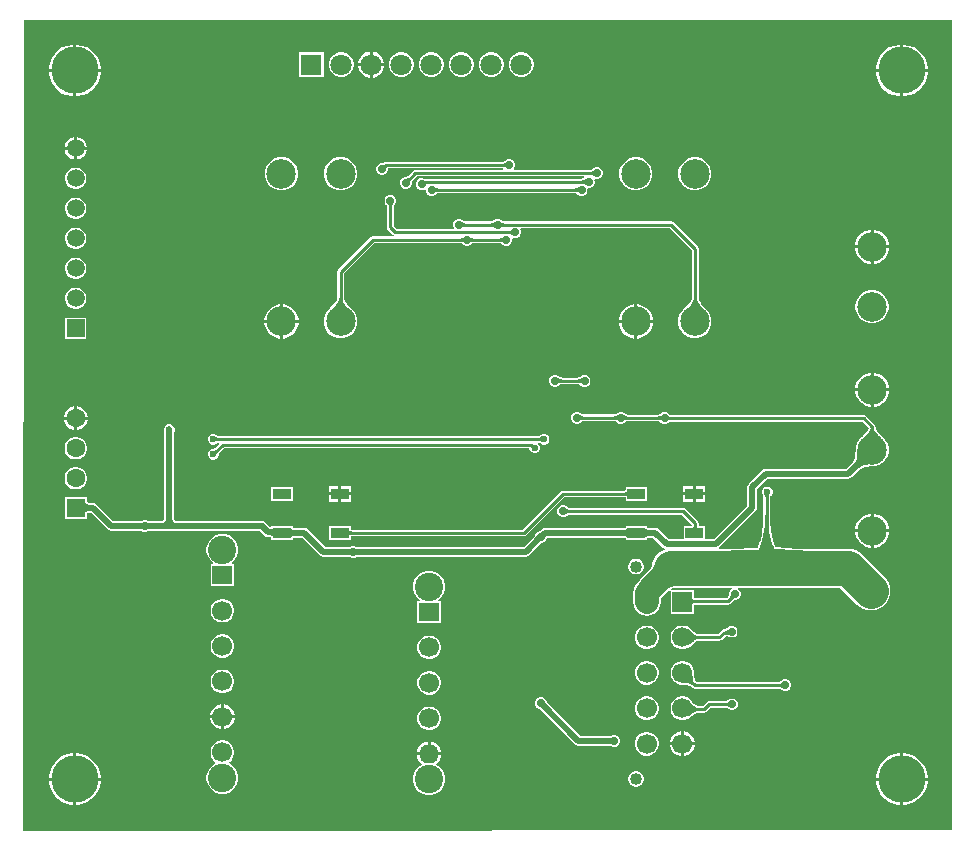
<source format=gbl>
G04*
G04 #@! TF.GenerationSoftware,Altium Limited,Altium Designer,24.8.2 (39)*
G04*
G04 Layer_Physical_Order=2*
G04 Layer_Color=16711680*
%FSAX44Y44*%
%MOMM*%
G71*
G04*
G04 #@! TF.SameCoordinates,797AAC5B-F729-46B2-8772-93C60BB36BBD*
G04*
G04*
G04 #@! TF.FilePolarity,Positive*
G04*
G01*
G75*
%ADD10C,0.2500*%
%ADD34C,1.6000*%
%ADD39C,1.8000*%
%ADD41R,1.6000X1.6000*%
%ADD42C,1.7000*%
%ADD43R,1.7000X1.7000*%
%ADD48C,2.5000*%
%ADD53C,0.5000*%
%ADD54C,2.0000*%
%ADD55C,3.0000*%
%ADD56C,1.0200*%
%ADD57C,1.5000*%
%ADD58R,1.5000X1.5000*%
%ADD59R,1.8000X1.8000*%
%ADD60C,4.0000*%
%ADD61C,2.4000*%
%ADD62R,1.7000X1.6000*%
%ADD63O,1.7000X1.6000*%
%ADD64C,0.7000*%
%ADD65C,0.6000*%
%ADD66R,1.5000X0.9000*%
G36*
X00793065Y00006935D02*
X00007058Y00006350D01*
X00006351Y00007058D01*
X00006935Y00693065D01*
X00793065D01*
Y00006935D01*
D02*
G37*
%LPC*%
G36*
X00302438Y00666066D02*
X00302240D01*
Y00656316D01*
X00311990D01*
Y00656514D01*
X00311240Y00659312D01*
X00309792Y00661820D01*
X00307744Y00663868D01*
X00305236Y00665316D01*
X00302438Y00666066D01*
D02*
G37*
G36*
X00299740D02*
X00299542D01*
X00296744Y00665316D01*
X00294236Y00663868D01*
X00292188Y00661820D01*
X00290740Y00659312D01*
X00289990Y00656514D01*
Y00656316D01*
X00299740D01*
Y00666066D01*
D02*
G37*
G36*
X00752167Y00672000D02*
X00751250D01*
Y00651250D01*
X00772000D01*
Y00652167D01*
X00771154Y00656417D01*
X00769496Y00660421D01*
X00767088Y00664024D01*
X00764024Y00667088D01*
X00760421Y00669496D01*
X00756417Y00671155D01*
X00752167Y00672000D01*
D02*
G37*
G36*
X00748750D02*
X00747833D01*
X00743583Y00671155D01*
X00739579Y00669496D01*
X00735976Y00667088D01*
X00732912Y00664024D01*
X00730504Y00660421D01*
X00728846Y00656417D01*
X00728000Y00652167D01*
Y00651250D01*
X00748750D01*
Y00672000D01*
D02*
G37*
G36*
X00052167Y00672000D02*
X00051250D01*
Y00651250D01*
X00072000D01*
Y00652167D01*
X00071154Y00656417D01*
X00069496Y00660421D01*
X00067088Y00664024D01*
X00064024Y00667088D01*
X00060421Y00669496D01*
X00056417Y00671154D01*
X00052167Y00672000D01*
D02*
G37*
G36*
X00048750D02*
X00047833D01*
X00043583Y00671154D01*
X00039579Y00669496D01*
X00035976Y00667088D01*
X00032912Y00664024D01*
X00030504Y00660421D01*
X00028846Y00656417D01*
X00028000Y00652167D01*
Y00651250D01*
X00048750D01*
Y00672000D01*
D02*
G37*
G36*
X00429372Y00665566D02*
X00426608D01*
X00423937Y00664850D01*
X00421543Y00663468D01*
X00419588Y00661513D01*
X00418206Y00659119D01*
X00417490Y00656448D01*
Y00653684D01*
X00418206Y00651013D01*
X00419588Y00648619D01*
X00421543Y00646664D01*
X00423937Y00645282D01*
X00426608Y00644566D01*
X00429372D01*
X00432043Y00645282D01*
X00434437Y00646664D01*
X00436392Y00648619D01*
X00437774Y00651013D01*
X00438490Y00653684D01*
Y00656448D01*
X00437774Y00659119D01*
X00436392Y00661513D01*
X00434437Y00663468D01*
X00432043Y00664850D01*
X00429372Y00665566D01*
D02*
G37*
G36*
X00403972D02*
X00401208D01*
X00398537Y00664850D01*
X00396143Y00663468D01*
X00394188Y00661513D01*
X00392806Y00659119D01*
X00392090Y00656448D01*
Y00653684D01*
X00392806Y00651013D01*
X00394188Y00648619D01*
X00396143Y00646664D01*
X00398537Y00645282D01*
X00401208Y00644566D01*
X00403972D01*
X00406643Y00645282D01*
X00409037Y00646664D01*
X00410992Y00648619D01*
X00412374Y00651013D01*
X00413090Y00653684D01*
Y00656448D01*
X00412374Y00659119D01*
X00410992Y00661513D01*
X00409037Y00663468D01*
X00406643Y00664850D01*
X00403972Y00665566D01*
D02*
G37*
G36*
X00378572D02*
X00375808D01*
X00373137Y00664850D01*
X00370743Y00663468D01*
X00368788Y00661513D01*
X00367406Y00659119D01*
X00366690Y00656448D01*
Y00653684D01*
X00367406Y00651013D01*
X00368788Y00648619D01*
X00370743Y00646664D01*
X00373137Y00645282D01*
X00375808Y00644566D01*
X00378572D01*
X00381243Y00645282D01*
X00383637Y00646664D01*
X00385592Y00648619D01*
X00386974Y00651013D01*
X00387690Y00653684D01*
Y00656448D01*
X00386974Y00659119D01*
X00385592Y00661513D01*
X00383637Y00663468D01*
X00381243Y00664850D01*
X00378572Y00665566D01*
D02*
G37*
G36*
X00353172D02*
X00350408D01*
X00347737Y00664850D01*
X00345343Y00663468D01*
X00343388Y00661513D01*
X00342006Y00659119D01*
X00341290Y00656448D01*
Y00653684D01*
X00342006Y00651013D01*
X00343388Y00648619D01*
X00345343Y00646664D01*
X00347737Y00645282D01*
X00350408Y00644566D01*
X00353172D01*
X00355843Y00645282D01*
X00358237Y00646664D01*
X00360192Y00648619D01*
X00361574Y00651013D01*
X00362290Y00653684D01*
Y00656448D01*
X00361574Y00659119D01*
X00360192Y00661513D01*
X00358237Y00663468D01*
X00355843Y00664850D01*
X00353172Y00665566D01*
D02*
G37*
G36*
X00327772D02*
X00325008D01*
X00322337Y00664850D01*
X00319943Y00663468D01*
X00317988Y00661513D01*
X00316606Y00659119D01*
X00315890Y00656448D01*
Y00653684D01*
X00316606Y00651013D01*
X00317988Y00648619D01*
X00319943Y00646664D01*
X00322337Y00645282D01*
X00325008Y00644566D01*
X00327772D01*
X00330443Y00645282D01*
X00332837Y00646664D01*
X00334792Y00648619D01*
X00336174Y00651013D01*
X00336890Y00653684D01*
Y00656448D01*
X00336174Y00659119D01*
X00334792Y00661513D01*
X00332837Y00663468D01*
X00330443Y00664850D01*
X00327772Y00665566D01*
D02*
G37*
G36*
X00276972D02*
X00274208D01*
X00271537Y00664850D01*
X00269143Y00663468D01*
X00267188Y00661513D01*
X00265806Y00659119D01*
X00265090Y00656448D01*
Y00653684D01*
X00265806Y00651013D01*
X00267188Y00648619D01*
X00269143Y00646664D01*
X00271537Y00645282D01*
X00274208Y00644566D01*
X00276972D01*
X00279643Y00645282D01*
X00282037Y00646664D01*
X00283992Y00648619D01*
X00285374Y00651013D01*
X00286090Y00653684D01*
Y00656448D01*
X00285374Y00659119D01*
X00283992Y00661513D01*
X00282037Y00663468D01*
X00279643Y00664850D01*
X00276972Y00665566D01*
D02*
G37*
G36*
X00260690D02*
X00239690D01*
Y00644566D01*
X00260690D01*
Y00665566D01*
D02*
G37*
G36*
X00311990Y00653816D02*
X00302240D01*
Y00644066D01*
X00302438D01*
X00305236Y00644816D01*
X00307744Y00646264D01*
X00309792Y00648312D01*
X00311240Y00650820D01*
X00311990Y00653618D01*
Y00653816D01*
D02*
G37*
G36*
X00299740D02*
X00289990D01*
Y00653618D01*
X00290740Y00650820D01*
X00292188Y00648312D01*
X00294236Y00646264D01*
X00296744Y00644816D01*
X00299542Y00644066D01*
X00299740D01*
Y00653816D01*
D02*
G37*
G36*
X00772000Y00648750D02*
X00751250D01*
Y00628000D01*
X00752167D01*
X00756417Y00628845D01*
X00760421Y00630504D01*
X00764024Y00632911D01*
X00767088Y00635976D01*
X00769496Y00639579D01*
X00771154Y00643583D01*
X00772000Y00647833D01*
Y00648750D01*
D02*
G37*
G36*
X00748750D02*
X00728000D01*
Y00647833D01*
X00728846Y00643583D01*
X00730504Y00639579D01*
X00732912Y00635976D01*
X00735976Y00632911D01*
X00739579Y00630504D01*
X00743583Y00628845D01*
X00747833Y00628000D01*
X00748750D01*
Y00648750D01*
D02*
G37*
G36*
X00072000Y00648750D02*
X00051250D01*
Y00628000D01*
X00052167D01*
X00056417Y00628845D01*
X00060421Y00630504D01*
X00064024Y00632911D01*
X00067088Y00635976D01*
X00069496Y00639579D01*
X00071154Y00643583D01*
X00072000Y00647833D01*
Y00648750D01*
D02*
G37*
G36*
X00048750D02*
X00028000D01*
Y00647833D01*
X00028846Y00643583D01*
X00030504Y00639579D01*
X00032912Y00635976D01*
X00035976Y00632911D01*
X00039579Y00630504D01*
X00043583Y00628845D01*
X00047833Y00628000D01*
X00048750D01*
Y00648750D01*
D02*
G37*
G36*
X00052051Y00593700D02*
X00052050D01*
Y00585450D01*
X00060300D01*
Y00585451D01*
X00059653Y00587867D01*
X00058402Y00590033D01*
X00056633Y00591802D01*
X00054467Y00593053D01*
X00052051Y00593700D01*
D02*
G37*
G36*
X00049550D02*
X00049549D01*
X00047133Y00593053D01*
X00044967Y00591802D01*
X00043198Y00590033D01*
X00041947Y00587867D01*
X00041300Y00585451D01*
Y00585450D01*
X00049550D01*
Y00593700D01*
D02*
G37*
G36*
X00060300Y00582950D02*
X00052050D01*
Y00574700D01*
X00052051D01*
X00054467Y00575347D01*
X00056633Y00576598D01*
X00058402Y00578367D01*
X00059653Y00580533D01*
X00060300Y00582949D01*
Y00582950D01*
D02*
G37*
G36*
X00049550D02*
X00041300D01*
Y00582949D01*
X00041947Y00580533D01*
X00043198Y00578367D01*
X00044967Y00576598D01*
X00047133Y00575347D01*
X00049549Y00574700D01*
X00049550D01*
Y00582950D01*
D02*
G37*
G36*
X00418825Y00574976D02*
X00416835D01*
X00414998Y00574215D01*
X00414495Y00573712D01*
X00414213Y00573604D01*
X00414017Y00573418D01*
X00413865Y00573294D01*
X00413712Y00573189D01*
X00413557Y00573100D01*
X00413398Y00573025D01*
X00413233Y00572964D01*
X00413060Y00572916D01*
X00412874Y00572881D01*
X00412675Y00572858D01*
X00412402Y00572849D01*
X00412252Y00572780D01*
X00313848D01*
X00312775Y00572566D01*
X00312178Y00572168D01*
X00311858Y00572048D01*
X00311482Y00571698D01*
X00311370Y00571607D01*
X00311341Y00571586D01*
X00311129Y00571674D01*
X00309139D01*
X00307302Y00570913D01*
X00305895Y00569506D01*
X00305134Y00567669D01*
Y00565679D01*
X00305895Y00563842D01*
X00307302Y00562435D01*
X00309139Y00561674D01*
X00311129D01*
X00312966Y00562435D01*
X00314373Y00563842D01*
X00315134Y00565679D01*
Y00567066D01*
X00315137Y00567073D01*
X00315137Y00567074D01*
X00315173Y00567133D01*
X00315201Y00567172D01*
X00412252D01*
X00412402Y00567104D01*
X00412600Y00567096D01*
X00412771Y00566841D01*
X00412757Y00566695D01*
X00412289Y00565922D01*
X00338328D01*
X00337255Y00565708D01*
X00336345Y00565101D01*
X00332161Y00560917D01*
X00332007Y00560859D01*
X00331807Y00560673D01*
X00331651Y00560548D01*
X00331494Y00560442D01*
X00331338Y00560354D01*
X00331178Y00560280D01*
X00331013Y00560220D01*
X00330841Y00560174D01*
X00330658Y00560140D01*
X00330462Y00560120D01*
X00330192Y00560113D01*
X00329916Y00559990D01*
X00329205D01*
X00327368Y00559229D01*
X00325961Y00557822D01*
X00325200Y00555985D01*
Y00553995D01*
X00325961Y00552158D01*
X00327368Y00550751D01*
X00329205Y00549990D01*
X00331195D01*
X00333032Y00550751D01*
X00334439Y00552158D01*
X00335200Y00553995D01*
Y00554706D01*
X00335323Y00554982D01*
X00335330Y00555252D01*
X00335350Y00555448D01*
X00335384Y00555631D01*
X00335430Y00555803D01*
X00335490Y00555968D01*
X00335564Y00556127D01*
X00335652Y00556284D01*
X00335758Y00556441D01*
X00335883Y00556597D01*
X00336069Y00556797D01*
X00336127Y00556951D01*
X00339489Y00560314D01*
X00481166D01*
X00481431Y00559622D01*
X00481454Y00559314D01*
X00481327Y00559194D01*
X00481175Y00559070D01*
X00481022Y00558965D01*
X00480867Y00558876D01*
X00480708Y00558801D01*
X00480543Y00558740D01*
X00480370Y00558692D01*
X00480184Y00558657D01*
X00479985Y00558634D01*
X00479712Y00558624D01*
X00479562Y00558556D01*
X00346912D01*
X00345839Y00558342D01*
X00345735Y00558273D01*
X00344657Y00558720D01*
X00342667D01*
X00340830Y00557959D01*
X00339423Y00556552D01*
X00338662Y00554715D01*
Y00552725D01*
X00339423Y00550888D01*
X00340830Y00549481D01*
X00342667Y00548720D01*
X00344657D01*
X00346255Y00549382D01*
X00346994Y00549052D01*
X00347255Y00548828D01*
Y00547645D01*
X00348016Y00545808D01*
X00349423Y00544401D01*
X00351260Y00543640D01*
X00353250D01*
X00355087Y00544401D01*
X00355970Y00545284D01*
X00356240Y00545421D01*
X00356404Y00545612D01*
X00356524Y00545730D01*
X00356644Y00545828D01*
X00356767Y00545910D01*
X00356895Y00545978D01*
X00357031Y00546035D01*
X00357181Y00546081D01*
X00357349Y00546116D01*
X00357536Y00546138D01*
X00357808Y00546149D01*
X00357869Y00546177D01*
X00357935Y00546158D01*
X00358040Y00546217D01*
X00473260D01*
X00473365Y00546158D01*
X00473430Y00546177D01*
X00473492Y00546149D01*
X00473763Y00546138D01*
X00473951Y00546116D01*
X00474118Y00546081D01*
X00474268Y00546035D01*
X00474405Y00545978D01*
X00474532Y00545910D01*
X00474655Y00545828D01*
X00474776Y00545730D01*
X00474896Y00545612D01*
X00475060Y00545420D01*
X00475331Y00545283D01*
X00476212Y00544402D01*
X00478049Y00543641D01*
X00480039D01*
X00481876Y00544402D01*
X00483283Y00545809D01*
X00484044Y00547646D01*
Y00549636D01*
X00483965Y00549827D01*
X00484664Y00550752D01*
X00486135D01*
X00487972Y00551513D01*
X00489379Y00552920D01*
X00490140Y00554757D01*
Y00556747D01*
X00489817Y00557527D01*
X00490582Y00558293D01*
X00491003Y00558118D01*
X00492993D01*
X00494830Y00558879D01*
X00496237Y00560286D01*
X00496998Y00562123D01*
Y00564113D01*
X00496237Y00565950D01*
X00494830Y00567357D01*
X00492993Y00568118D01*
X00491003D01*
X00489166Y00567357D01*
X00488663Y00566854D01*
X00488381Y00566746D01*
X00488185Y00566560D01*
X00488033Y00566436D01*
X00487880Y00566331D01*
X00487724Y00566241D01*
X00487566Y00566167D01*
X00487401Y00566106D01*
X00487228Y00566058D01*
X00487042Y00566022D01*
X00486843Y00566000D01*
X00486570Y00565990D01*
X00486420Y00565922D01*
X00422154D01*
X00421771Y00566846D01*
X00422069Y00567144D01*
X00422830Y00568981D01*
Y00570971D01*
X00422069Y00572808D01*
X00420662Y00574215D01*
X00418825Y00574976D01*
D02*
G37*
G36*
X00051985Y00567700D02*
X00049615D01*
X00047326Y00567087D01*
X00045274Y00565902D01*
X00043598Y00564226D01*
X00042413Y00562174D01*
X00041800Y00559885D01*
Y00557515D01*
X00042413Y00555226D01*
X00043598Y00553174D01*
X00045274Y00551498D01*
X00047326Y00550313D01*
X00049615Y00549700D01*
X00051985D01*
X00054274Y00550313D01*
X00056326Y00551498D01*
X00058002Y00553174D01*
X00059187Y00555226D01*
X00059800Y00557515D01*
Y00559885D01*
X00059187Y00562174D01*
X00058002Y00564226D01*
X00056326Y00565902D01*
X00054274Y00567087D01*
X00051985Y00567700D01*
D02*
G37*
G36*
X00576843Y00576500D02*
X00573157D01*
X00569596Y00575546D01*
X00566404Y00573703D01*
X00563797Y00571096D01*
X00561954Y00567904D01*
X00561000Y00564343D01*
Y00560657D01*
X00561954Y00557096D01*
X00563797Y00553904D01*
X00566404Y00551297D01*
X00569596Y00549454D01*
X00573157Y00548500D01*
X00576843D01*
X00580404Y00549454D01*
X00583596Y00551297D01*
X00586203Y00553904D01*
X00588046Y00557096D01*
X00589000Y00560657D01*
Y00564343D01*
X00588046Y00567904D01*
X00586203Y00571096D01*
X00583596Y00573703D01*
X00580404Y00575546D01*
X00576843Y00576500D01*
D02*
G37*
G36*
X00526843D02*
X00523157D01*
X00519596Y00575546D01*
X00516404Y00573703D01*
X00513797Y00571096D01*
X00511954Y00567904D01*
X00511000Y00564343D01*
Y00560657D01*
X00511954Y00557096D01*
X00513797Y00553904D01*
X00516404Y00551297D01*
X00519596Y00549454D01*
X00523157Y00548500D01*
X00526843D01*
X00530404Y00549454D01*
X00533596Y00551297D01*
X00536203Y00553904D01*
X00538046Y00557096D01*
X00539000Y00560657D01*
Y00564343D01*
X00538046Y00567904D01*
X00536203Y00571096D01*
X00533596Y00573703D01*
X00530404Y00575546D01*
X00526843Y00576500D01*
D02*
G37*
G36*
X00276843D02*
X00273157D01*
X00269596Y00575546D01*
X00266404Y00573703D01*
X00263797Y00571096D01*
X00261954Y00567904D01*
X00261000Y00564343D01*
Y00560657D01*
X00261954Y00557096D01*
X00263797Y00553904D01*
X00266404Y00551297D01*
X00269596Y00549454D01*
X00273157Y00548500D01*
X00276843D01*
X00280404Y00549454D01*
X00283596Y00551297D01*
X00286203Y00553904D01*
X00288046Y00557096D01*
X00289000Y00560657D01*
Y00564343D01*
X00288046Y00567904D01*
X00286203Y00571096D01*
X00283596Y00573703D01*
X00280404Y00575546D01*
X00276843Y00576500D01*
D02*
G37*
G36*
X00226843D02*
X00223157D01*
X00219596Y00575546D01*
X00216404Y00573703D01*
X00213797Y00571096D01*
X00211954Y00567904D01*
X00211000Y00564343D01*
Y00560657D01*
X00211954Y00557096D01*
X00213797Y00553904D01*
X00216404Y00551297D01*
X00219596Y00549454D01*
X00223157Y00548500D01*
X00226843D01*
X00230404Y00549454D01*
X00233596Y00551297D01*
X00236203Y00553904D01*
X00238046Y00557096D01*
X00239000Y00560657D01*
Y00564343D01*
X00238046Y00567904D01*
X00236203Y00571096D01*
X00233596Y00573703D01*
X00230404Y00575546D01*
X00226843Y00576500D01*
D02*
G37*
G36*
X00051985Y00542300D02*
X00049615D01*
X00047326Y00541687D01*
X00045274Y00540502D01*
X00043598Y00538826D01*
X00042413Y00536774D01*
X00041800Y00534485D01*
Y00532115D01*
X00042413Y00529826D01*
X00043598Y00527774D01*
X00045274Y00526098D01*
X00047326Y00524913D01*
X00049615Y00524300D01*
X00051985D01*
X00054274Y00524913D01*
X00056326Y00526098D01*
X00058002Y00527774D01*
X00059187Y00529826D01*
X00059800Y00532115D01*
Y00534485D01*
X00059187Y00536774D01*
X00058002Y00538826D01*
X00056326Y00540502D01*
X00054274Y00541687D01*
X00051985Y00542300D01*
D02*
G37*
G36*
X00726909Y00515300D02*
X00726250D01*
Y00502050D01*
X00739500D01*
Y00502709D01*
X00738512Y00506397D01*
X00736603Y00509703D01*
X00733903Y00512403D01*
X00730597Y00514312D01*
X00726909Y00515300D01*
D02*
G37*
G36*
X00723750D02*
X00723091D01*
X00719403Y00514312D01*
X00716097Y00512403D01*
X00713397Y00509703D01*
X00711488Y00506397D01*
X00710500Y00502709D01*
Y00502050D01*
X00723750D01*
Y00515300D01*
D02*
G37*
G36*
X00051985Y00516900D02*
X00049615D01*
X00047326Y00516287D01*
X00045274Y00515102D01*
X00043598Y00513426D01*
X00042413Y00511374D01*
X00041800Y00509085D01*
Y00506715D01*
X00042413Y00504426D01*
X00043598Y00502374D01*
X00045274Y00500698D01*
X00047326Y00499513D01*
X00049615Y00498900D01*
X00051985D01*
X00054274Y00499513D01*
X00056326Y00500698D01*
X00058002Y00502374D01*
X00059187Y00504426D01*
X00059800Y00506715D01*
Y00509085D01*
X00059187Y00511374D01*
X00058002Y00513426D01*
X00056326Y00515102D01*
X00054274Y00516287D01*
X00051985Y00516900D01*
D02*
G37*
G36*
X00739500Y00499550D02*
X00726250D01*
Y00486300D01*
X00726909D01*
X00730597Y00487288D01*
X00733903Y00489197D01*
X00736603Y00491897D01*
X00738512Y00495203D01*
X00739500Y00498891D01*
Y00499550D01*
D02*
G37*
G36*
X00723750D02*
X00710500D01*
Y00498891D01*
X00711488Y00495203D01*
X00713397Y00491897D01*
X00716097Y00489197D01*
X00719403Y00487288D01*
X00723091Y00486300D01*
X00723750D01*
Y00499550D01*
D02*
G37*
G36*
X00051985Y00491500D02*
X00049615D01*
X00047326Y00490887D01*
X00045274Y00489702D01*
X00043598Y00488026D01*
X00042413Y00485974D01*
X00041800Y00483685D01*
Y00481315D01*
X00042413Y00479026D01*
X00043598Y00476974D01*
X00045274Y00475298D01*
X00047326Y00474113D01*
X00049615Y00473500D01*
X00051985D01*
X00054274Y00474113D01*
X00056326Y00475298D01*
X00058002Y00476974D01*
X00059187Y00479026D01*
X00059800Y00481315D01*
Y00483685D01*
X00059187Y00485974D01*
X00058002Y00488026D01*
X00056326Y00489702D01*
X00054274Y00490887D01*
X00051985Y00491500D01*
D02*
G37*
G36*
Y00466100D02*
X00049615D01*
X00047326Y00465487D01*
X00045274Y00464302D01*
X00043598Y00462626D01*
X00042413Y00460574D01*
X00041800Y00458285D01*
Y00455915D01*
X00042413Y00453626D01*
X00043598Y00451574D01*
X00045274Y00449898D01*
X00047326Y00448713D01*
X00049615Y00448100D01*
X00051985D01*
X00054274Y00448713D01*
X00056326Y00449898D01*
X00058002Y00451574D01*
X00059187Y00453626D01*
X00059800Y00455915D01*
Y00458285D01*
X00059187Y00460574D01*
X00058002Y00462626D01*
X00056326Y00464302D01*
X00054274Y00465487D01*
X00051985Y00466100D01*
D02*
G37*
G36*
X00526909Y00452000D02*
X00526250D01*
Y00438750D01*
X00539500D01*
Y00439409D01*
X00538512Y00443097D01*
X00536603Y00446403D01*
X00533903Y00449103D01*
X00530597Y00451012D01*
X00526909Y00452000D01*
D02*
G37*
G36*
X00523750D02*
X00523091D01*
X00519403Y00451012D01*
X00516097Y00449103D01*
X00513397Y00446403D01*
X00511488Y00443097D01*
X00510500Y00439409D01*
Y00438750D01*
X00523750D01*
Y00452000D01*
D02*
G37*
G36*
X00226909D02*
X00226250D01*
Y00438750D01*
X00239500D01*
Y00439409D01*
X00238512Y00443097D01*
X00236603Y00446403D01*
X00233903Y00449103D01*
X00230597Y00451012D01*
X00226909Y00452000D01*
D02*
G37*
G36*
X00223750D02*
X00223091D01*
X00219403Y00451012D01*
X00216097Y00449103D01*
X00213397Y00446403D01*
X00211488Y00443097D01*
X00210500Y00439409D01*
Y00438750D01*
X00223750D01*
Y00452000D01*
D02*
G37*
G36*
X00726843Y00464000D02*
X00723157D01*
X00719596Y00463046D01*
X00716404Y00461203D01*
X00713797Y00458596D01*
X00711954Y00455404D01*
X00711000Y00451843D01*
Y00448157D01*
X00711954Y00444596D01*
X00713797Y00441404D01*
X00716404Y00438797D01*
X00719596Y00436954D01*
X00723157Y00436000D01*
X00726843D01*
X00730404Y00436954D01*
X00733596Y00438797D01*
X00736203Y00441404D01*
X00738046Y00444596D01*
X00739000Y00448157D01*
Y00451843D01*
X00738046Y00455404D01*
X00736203Y00458596D01*
X00733596Y00461203D01*
X00730404Y00463046D01*
X00726843Y00464000D01*
D02*
G37*
G36*
X00318241Y00544750D02*
X00316251D01*
X00314414Y00543989D01*
X00313007Y00542582D01*
X00312246Y00540745D01*
Y00538755D01*
X00313007Y00536918D01*
X00313510Y00536415D01*
X00313618Y00536133D01*
X00313804Y00535937D01*
X00313928Y00535785D01*
X00314033Y00535632D01*
X00314123Y00535476D01*
X00314197Y00535318D01*
X00314258Y00535153D01*
X00314306Y00534980D01*
X00314342Y00534794D01*
X00314364Y00534595D01*
X00314373Y00534322D01*
X00314442Y00534172D01*
Y00517092D01*
X00314656Y00516019D01*
X00315263Y00515109D01*
X00319275Y00511097D01*
X00320118Y00510534D01*
X00320128Y00510461D01*
X00319544Y00509534D01*
X00302260D01*
X00301187Y00509320D01*
X00300277Y00508713D01*
X00273017Y00481453D01*
X00272410Y00480543D01*
X00272196Y00479470D01*
Y00457711D01*
X00272134Y00457595D01*
X00272072Y00456959D01*
X00271908Y00456345D01*
X00271603Y00455599D01*
X00271145Y00454735D01*
X00270531Y00453768D01*
X00269779Y00452730D01*
X00266487Y00448968D01*
X00265099Y00447571D01*
X00264977Y00447276D01*
X00263797Y00446096D01*
X00261954Y00442904D01*
X00261000Y00439343D01*
Y00435657D01*
X00261954Y00432096D01*
X00263797Y00428904D01*
X00266404Y00426297D01*
X00269596Y00424454D01*
X00273157Y00423500D01*
X00276843D01*
X00280404Y00424454D01*
X00283596Y00426297D01*
X00286203Y00428904D01*
X00288046Y00432096D01*
X00289000Y00435657D01*
Y00439343D01*
X00288046Y00442904D01*
X00286203Y00446096D01*
X00285023Y00447276D01*
X00284901Y00447571D01*
X00283493Y00448988D01*
X00282264Y00450298D01*
X00280230Y00452717D01*
X00279469Y00453767D01*
X00278855Y00454735D01*
X00278397Y00455599D01*
X00278092Y00456345D01*
X00277928Y00456959D01*
X00277866Y00457595D01*
X00277804Y00457711D01*
Y00478309D01*
X00303421Y00503926D01*
X00376307D01*
X00376435Y00503861D01*
X00376468Y00503872D01*
X00376499Y00503858D01*
X00376772Y00503847D01*
X00376963Y00503825D01*
X00377136Y00503789D01*
X00377294Y00503742D01*
X00377440Y00503684D01*
X00377578Y00503613D01*
X00377711Y00503529D01*
X00377843Y00503427D01*
X00377975Y00503306D01*
X00378149Y00503116D01*
X00378441Y00502980D01*
X00379184Y00502237D01*
X00381021Y00501476D01*
X00383011D01*
X00384848Y00502237D01*
X00385388Y00502777D01*
X00385675Y00502891D01*
X00385868Y00503077D01*
X00386017Y00503202D01*
X00386167Y00503307D01*
X00386318Y00503395D01*
X00386474Y00503469D01*
X00386635Y00503530D01*
X00386806Y00503578D01*
X00386989Y00503613D01*
X00387187Y00503636D01*
X00387460Y00503645D01*
X00387610Y00503714D01*
X00409729D01*
X00409879Y00503645D01*
X00410152Y00503636D01*
X00410353Y00503614D01*
X00410540Y00503578D01*
X00410716Y00503530D01*
X00410884Y00503469D01*
X00411046Y00503394D01*
X00411204Y00503304D01*
X00411361Y00503198D01*
X00411517Y00503074D01*
X00411716Y00502889D01*
X00411991Y00502788D01*
X00412458Y00502321D01*
X00414295Y00501560D01*
X00416285D01*
X00418122Y00502321D01*
X00419529Y00503728D01*
X00420290Y00505565D01*
Y00507555D01*
X00420232Y00507695D01*
X00420997Y00508460D01*
X00421915Y00508080D01*
X00423905D01*
X00425742Y00508841D01*
X00427149Y00510248D01*
X00427910Y00512085D01*
Y00514075D01*
X00427267Y00515626D01*
X00427742Y00516626D01*
X00553829D01*
X00572506Y00497949D01*
Y00457738D01*
X00572444Y00457621D01*
X00572381Y00456972D01*
X00572216Y00456355D01*
X00571909Y00455615D01*
X00571449Y00454764D01*
X00570832Y00453815D01*
X00570076Y00452804D01*
X00566752Y00449157D01*
X00565350Y00447813D01*
X00565222Y00447521D01*
X00563797Y00446096D01*
X00561954Y00442904D01*
X00561000Y00439343D01*
Y00435657D01*
X00561954Y00432096D01*
X00563797Y00428904D01*
X00566404Y00426297D01*
X00569596Y00424454D01*
X00573157Y00423500D01*
X00576843D01*
X00580404Y00424454D01*
X00583596Y00426297D01*
X00586203Y00428904D01*
X00588046Y00432096D01*
X00589000Y00435657D01*
Y00439343D01*
X00588046Y00442904D01*
X00586203Y00446096D01*
X00585261Y00447038D01*
X00585162Y00447308D01*
X00582531Y00450159D01*
X00580524Y00452640D01*
X00579768Y00453716D01*
X00579158Y00454703D01*
X00578703Y00455578D01*
X00578399Y00456329D01*
X00578237Y00456939D01*
X00578176Y00457561D01*
X00578114Y00457677D01*
Y00499110D01*
X00577900Y00500183D01*
X00577293Y00501093D01*
X00556973Y00521413D01*
X00556063Y00522020D01*
X00554990Y00522234D01*
X00413461D01*
X00413310Y00522303D01*
X00413037Y00522312D01*
X00412835Y00522334D01*
X00412644Y00522370D01*
X00412465Y00522418D01*
X00412293Y00522480D01*
X00412127Y00522555D01*
X00411964Y00522644D01*
X00411802Y00522751D01*
X00411641Y00522876D01*
X00411437Y00523059D01*
X00411174Y00523151D01*
X00410756Y00523569D01*
X00408919Y00524330D01*
X00406929D01*
X00405092Y00523569D01*
X00404632Y00523109D01*
X00404359Y00523009D01*
X00404159Y00522825D01*
X00404002Y00522700D01*
X00403844Y00522594D01*
X00403685Y00522504D01*
X00403523Y00522429D01*
X00403355Y00522368D01*
X00403178Y00522320D01*
X00402990Y00522284D01*
X00402790Y00522262D01*
X00402517Y00522253D01*
X00402366Y00522184D01*
X00381009D01*
X00380859Y00522253D01*
X00380586Y00522262D01*
X00380389Y00522285D01*
X00380206Y00522320D01*
X00380035Y00522368D01*
X00379874Y00522429D01*
X00379719Y00522503D01*
X00379569Y00522591D01*
X00379420Y00522696D01*
X00379271Y00522820D01*
X00379079Y00523007D01*
X00378791Y00523122D01*
X00378244Y00523669D01*
X00376407Y00524430D01*
X00374417D01*
X00372580Y00523669D01*
X00371173Y00522262D01*
X00370412Y00520425D01*
Y00518435D01*
X00371055Y00516884D01*
X00370580Y00515884D01*
X00322419D01*
X00320050Y00518253D01*
Y00534172D01*
X00320118Y00534322D01*
X00320128Y00534595D01*
X00320150Y00534794D01*
X00320186Y00534980D01*
X00320234Y00535153D01*
X00320295Y00535318D01*
X00320369Y00535476D01*
X00320459Y00535632D01*
X00320564Y00535785D01*
X00320688Y00535937D01*
X00320874Y00536133D01*
X00320982Y00536415D01*
X00321485Y00536918D01*
X00322246Y00538755D01*
Y00540745D01*
X00321485Y00542582D01*
X00320078Y00543989D01*
X00318241Y00544750D01*
D02*
G37*
G36*
X00539500Y00436250D02*
X00526250D01*
Y00423000D01*
X00526909D01*
X00530597Y00423988D01*
X00533903Y00425897D01*
X00536603Y00428597D01*
X00538512Y00431903D01*
X00539500Y00435591D01*
Y00436250D01*
D02*
G37*
G36*
X00523750D02*
X00510500D01*
Y00435591D01*
X00511488Y00431903D01*
X00513397Y00428597D01*
X00516097Y00425897D01*
X00519403Y00423988D01*
X00523091Y00423000D01*
X00523750D01*
Y00436250D01*
D02*
G37*
G36*
X00239500Y00436250D02*
X00226250D01*
Y00423000D01*
X00226909D01*
X00230597Y00423988D01*
X00233903Y00425897D01*
X00236603Y00428597D01*
X00238512Y00431903D01*
X00239500Y00435591D01*
Y00436250D01*
D02*
G37*
G36*
X00223750D02*
X00210500D01*
Y00435591D01*
X00211488Y00431903D01*
X00213397Y00428597D01*
X00216097Y00425897D01*
X00219403Y00423988D01*
X00223091Y00423000D01*
X00223750D01*
Y00436250D01*
D02*
G37*
G36*
X00059800Y00440700D02*
X00041800D01*
Y00422700D01*
X00059800D01*
Y00440700D01*
D02*
G37*
G36*
X00457687Y00392350D02*
X00455697D01*
X00453860Y00391589D01*
X00452453Y00390182D01*
X00451692Y00388345D01*
Y00386355D01*
X00452453Y00384518D01*
X00453860Y00383111D01*
X00455697Y00382350D01*
X00457687D01*
X00459524Y00383111D01*
X00459919Y00383506D01*
X00460177Y00383595D01*
X00460382Y00383777D01*
X00460546Y00383902D01*
X00460710Y00384008D01*
X00460875Y00384098D01*
X00461043Y00384174D01*
X00461217Y00384235D01*
X00461399Y00384283D01*
X00461590Y00384319D01*
X00461793Y00384341D01*
X00462067Y00384350D01*
X00462217Y00384419D01*
X00475957D01*
X00476106Y00384351D01*
X00476108Y00384351D01*
X00476109Y00384351D01*
X00476381Y00384341D01*
X00476577Y00384318D01*
X00476755Y00384283D01*
X00476922Y00384235D01*
X00477077Y00384175D01*
X00477226Y00384102D01*
X00477370Y00384015D01*
X00477512Y00383911D01*
X00477654Y00383788D01*
X00477840Y00383600D01*
X00478134Y00383475D01*
X00478752Y00382857D01*
X00480589Y00382096D01*
X00482579D01*
X00484416Y00382857D01*
X00485823Y00384264D01*
X00486584Y00386101D01*
Y00388091D01*
X00485823Y00389928D01*
X00484416Y00391335D01*
X00482579Y00392096D01*
X00480589D01*
X00478752Y00391335D01*
X00478357Y00390940D01*
X00478099Y00390851D01*
X00477893Y00390669D01*
X00477730Y00390544D01*
X00477566Y00390438D01*
X00477401Y00390348D01*
X00477233Y00390272D01*
X00477059Y00390211D01*
X00476877Y00390163D01*
X00476686Y00390127D01*
X00476483Y00390105D01*
X00476209Y00390096D01*
X00476059Y00390027D01*
X00462319D01*
X00462170Y00390095D01*
X00462168Y00390095D01*
X00462167Y00390095D01*
X00461895Y00390106D01*
X00461699Y00390128D01*
X00461521Y00390163D01*
X00461354Y00390211D01*
X00461199Y00390271D01*
X00461050Y00390344D01*
X00460906Y00390431D01*
X00460764Y00390535D01*
X00460621Y00390658D01*
X00460436Y00390846D01*
X00460142Y00390971D01*
X00459524Y00391589D01*
X00457687Y00392350D01*
D02*
G37*
G36*
X00727079Y00394230D02*
X00726420D01*
Y00380980D01*
X00739670D01*
Y00381639D01*
X00738682Y00385327D01*
X00736773Y00388633D01*
X00734073Y00391333D01*
X00730767Y00393242D01*
X00727079Y00394230D01*
D02*
G37*
G36*
X00723920D02*
X00723261D01*
X00719573Y00393242D01*
X00716267Y00391333D01*
X00713567Y00388633D01*
X00711658Y00385327D01*
X00710670Y00381639D01*
Y00380980D01*
X00723920D01*
Y00394230D01*
D02*
G37*
G36*
X00739670Y00378480D02*
X00726420D01*
Y00365230D01*
X00727079D01*
X00730767Y00366218D01*
X00734073Y00368127D01*
X00736773Y00370827D01*
X00738682Y00374133D01*
X00739670Y00377821D01*
Y00378480D01*
D02*
G37*
G36*
X00723920D02*
X00710670D01*
Y00377821D01*
X00711658Y00374133D01*
X00713567Y00370827D01*
X00716267Y00368127D01*
X00719573Y00366218D01*
X00723261Y00365230D01*
X00723920D01*
Y00378480D01*
D02*
G37*
G36*
X00513313Y00361108D02*
X00511323D01*
X00509486Y00360347D01*
X00508983Y00359844D01*
X00508701Y00359736D01*
X00508505Y00359550D01*
X00508353Y00359426D01*
X00508200Y00359321D01*
X00508045Y00359231D01*
X00507886Y00359157D01*
X00507721Y00359096D01*
X00507548Y00359048D01*
X00507362Y00359012D01*
X00507163Y00358990D01*
X00506890Y00358980D01*
X00506740Y00358912D01*
X00480812D01*
X00480662Y00358980D01*
X00480389Y00358990D01*
X00480190Y00359012D01*
X00480004Y00359048D01*
X00479831Y00359096D01*
X00479666Y00359157D01*
X00479508Y00359231D01*
X00479352Y00359321D01*
X00479199Y00359426D01*
X00479047Y00359550D01*
X00478851Y00359736D01*
X00478569Y00359844D01*
X00478066Y00360347D01*
X00476229Y00361108D01*
X00474239D01*
X00472402Y00360347D01*
X00470995Y00358940D01*
X00470234Y00357103D01*
Y00355113D01*
X00470995Y00353276D01*
X00472402Y00351869D01*
X00474239Y00351108D01*
X00476229D01*
X00478066Y00351869D01*
X00478569Y00352372D01*
X00478851Y00352480D01*
X00479047Y00352666D01*
X00479199Y00352790D01*
X00479352Y00352895D01*
X00479507Y00352985D01*
X00479666Y00353059D01*
X00479831Y00353120D01*
X00480004Y00353168D01*
X00480190Y00353204D01*
X00480389Y00353226D01*
X00480662Y00353236D01*
X00480812Y00353304D01*
X00506740D01*
X00506890Y00353236D01*
X00507163Y00353226D01*
X00507362Y00353204D01*
X00507548Y00353168D01*
X00507721Y00353120D01*
X00507886Y00353059D01*
X00508044Y00352985D01*
X00508200Y00352895D01*
X00508353Y00352790D01*
X00508505Y00352666D01*
X00508701Y00352480D01*
X00508983Y00352372D01*
X00509486Y00351869D01*
X00511323Y00351108D01*
X00513313D01*
X00515150Y00351869D01*
X00515443Y00352162D01*
X00515666Y00352230D01*
X00515882Y00352408D01*
X00516055Y00352533D01*
X00516230Y00352639D01*
X00516405Y00352730D01*
X00516583Y00352805D01*
X00516765Y00352867D01*
X00516954Y00352915D01*
X00517151Y00352950D01*
X00517360Y00352972D01*
X00517634Y00352981D01*
X00517785Y00353050D01*
X00543693D01*
X00543820Y00352985D01*
X00543854Y00352996D01*
X00543885Y00352982D01*
X00544157Y00352971D01*
X00544348Y00352949D01*
X00544522Y00352914D01*
X00544680Y00352867D01*
X00544826Y00352808D01*
X00544964Y00352737D01*
X00545098Y00352653D01*
X00545229Y00352551D01*
X00545360Y00352430D01*
X00545535Y00352240D01*
X00545827Y00352104D01*
X00546570Y00351361D01*
X00548407Y00350600D01*
X00550397D01*
X00552234Y00351361D01*
X00552737Y00351864D01*
X00553019Y00351972D01*
X00553215Y00352158D01*
X00553367Y00352282D01*
X00553520Y00352387D01*
X00553675Y00352477D01*
X00553834Y00352551D01*
X00553999Y00352612D01*
X00554172Y00352660D01*
X00554358Y00352696D01*
X00554557Y00352718D01*
X00554830Y00352728D01*
X00554980Y00352796D01*
X00716643D01*
X00722161Y00347278D01*
X00722094Y00346988D01*
X00721829Y00346275D01*
X00721436Y00345501D01*
X00720911Y00344671D01*
X00720248Y00343789D01*
X00719459Y00342877D01*
X00717407Y00340871D01*
X00716177Y00339820D01*
X00716146Y00339760D01*
X00716084Y00339734D01*
X00716020Y00339579D01*
X00713967Y00337526D01*
X00712124Y00334334D01*
X00711170Y00330773D01*
Y00329126D01*
X00711048Y00328855D01*
X00710948Y00325630D01*
X00710806Y00324256D01*
X00710601Y00322984D01*
X00710338Y00321834D01*
X00710019Y00320806D01*
X00709650Y00319902D01*
X00709237Y00319117D01*
X00708782Y00318448D01*
X00708218Y00317805D01*
X00708188Y00317715D01*
X00703161Y00312688D01*
X00635000D01*
X00633439Y00312378D01*
X00632116Y00311494D01*
X00620686Y00300064D01*
X00619802Y00298741D01*
X00619492Y00297180D01*
X00619492Y00297180D01*
Y00281597D01*
X00590893Y00252998D01*
X00583500D01*
Y00264500D01*
X00578267D01*
X00578262Y00264520D01*
X00578222Y00264761D01*
X00578194Y00265081D01*
X00578183Y00265512D01*
X00578114Y00265667D01*
Y00266700D01*
X00577900Y00267773D01*
X00577293Y00268683D01*
X00567133Y00278843D01*
X00566223Y00279450D01*
X00565150Y00279664D01*
X00469128D01*
X00468978Y00279732D01*
X00468705Y00279742D01*
X00468506Y00279764D01*
X00468320Y00279800D01*
X00468147Y00279848D01*
X00467982Y00279909D01*
X00467824Y00279983D01*
X00467668Y00280073D01*
X00467515Y00280178D01*
X00467363Y00280302D01*
X00467167Y00280488D01*
X00466885Y00280596D01*
X00466382Y00281099D01*
X00464545Y00281860D01*
X00462555D01*
X00460718Y00281099D01*
X00459311Y00279692D01*
X00458550Y00277855D01*
Y00275865D01*
X00459311Y00274028D01*
X00460718Y00272621D01*
X00462555Y00271860D01*
X00464545D01*
X00466382Y00272621D01*
X00466885Y00273124D01*
X00467167Y00273232D01*
X00467363Y00273418D01*
X00467515Y00273542D01*
X00467668Y00273647D01*
X00467823Y00273736D01*
X00467982Y00273811D01*
X00468147Y00273872D01*
X00468320Y00273920D01*
X00468506Y00273955D01*
X00468705Y00273978D01*
X00468978Y00273988D01*
X00469128Y00274056D01*
X00563989D01*
X00572467Y00265578D01*
X00572437Y00265512D01*
X00572426Y00265081D01*
X00572398Y00264761D01*
X00572358Y00264520D01*
X00572353Y00264500D01*
X00565500D01*
Y00252998D01*
X00552869D01*
X00544484Y00261384D01*
X00543161Y00262268D01*
X00541600Y00262578D01*
X00541600Y00262578D01*
X00538105D01*
X00538003Y00262623D01*
X00537093Y00262642D01*
X00536332Y00262695D01*
X00535694Y00262779D01*
X00535188Y00262886D01*
X00534823Y00263004D01*
X00534608Y00263107D01*
X00534587Y00263123D01*
X00534579Y00263185D01*
X00534500Y00263321D01*
Y00264500D01*
X00533194D01*
X00532970Y00264593D01*
X00532864Y00264550D01*
X00532754Y00264579D01*
X00532618Y00264500D01*
X00518381D01*
X00518246Y00264579D01*
X00518136Y00264550D01*
X00518031Y00264593D01*
X00517806Y00264500D01*
X00516500D01*
Y00263321D01*
X00516421Y00263185D01*
X00516413Y00263123D01*
X00516392Y00263107D01*
X00516176Y00263004D01*
X00515812Y00262886D01*
X00515332Y00262784D01*
X00513884Y00262642D01*
X00512997Y00262623D01*
X00512895Y00262578D01*
X00448271D01*
X00448271Y00262578D01*
X00446711Y00262268D01*
X00445387Y00261384D01*
X00444273Y00260270D01*
X00443505D01*
X00441668Y00259509D01*
X00440261Y00258102D01*
X00439500Y00256265D01*
Y00256038D01*
X00430111Y00246648D01*
X00288743D01*
X00288582Y00246809D01*
X00286745Y00247570D01*
X00284755D01*
X00282918Y00246809D01*
X00282757Y00246648D01*
X00262039D01*
X00247304Y00261384D01*
X00245981Y00262268D01*
X00244420Y00262578D01*
X00244420Y00262578D01*
X00238105D01*
X00238003Y00262623D01*
X00237093Y00262642D01*
X00236332Y00262695D01*
X00235694Y00262779D01*
X00235188Y00262886D01*
X00234823Y00263004D01*
X00234608Y00263107D01*
X00234587Y00263123D01*
X00234579Y00263185D01*
X00234500Y00263321D01*
Y00264500D01*
X00233194D01*
X00232969Y00264593D01*
X00232864Y00264550D01*
X00232754Y00264579D01*
X00232619Y00264500D01*
X00218411D01*
X00218297Y00264571D01*
X00218157Y00264539D01*
X00218025Y00264593D01*
X00217802Y00264500D01*
X00216500D01*
Y00263470D01*
X00216381Y00263424D01*
X00216033Y00263333D01*
X00215575Y00263255D01*
X00214998Y00263209D01*
X00212516Y00265691D01*
X00212095Y00266709D01*
X00210829Y00267975D01*
X00209175Y00268660D01*
X00207385D01*
X00206674Y00268365D01*
X00137633D01*
X00137612Y00268379D01*
X00137543Y00268365D01*
X00137469D01*
X00137379Y00268408D01*
X00136528Y00268453D01*
X00135894Y00268565D01*
X00135390Y00268733D01*
X00135001Y00268943D01*
X00134698Y00269191D01*
X00134450Y00269494D01*
X00134240Y00269883D01*
X00134072Y00270387D01*
X00133960Y00271021D01*
X00133915Y00271872D01*
X00133872Y00271962D01*
Y00303903D01*
X00134294Y00304921D01*
Y00306711D01*
X00133872Y00307729D01*
Y00343422D01*
X00134548Y00345053D01*
Y00346843D01*
X00133863Y00348497D01*
X00132597Y00349763D01*
X00130943Y00350448D01*
X00129153D01*
X00127499Y00349763D01*
X00126233Y00348497D01*
X00125548Y00346843D01*
Y00345053D01*
X00125716Y00344648D01*
Y00307729D01*
X00125294Y00306711D01*
Y00304921D01*
X00125716Y00303903D01*
Y00271962D01*
X00125673Y00271872D01*
X00125628Y00271021D01*
X00125516Y00270387D01*
X00125348Y00269883D01*
X00125139Y00269494D01*
X00124890Y00269191D01*
X00124587Y00268943D01*
X00124198Y00268733D01*
X00123694Y00268565D01*
X00123060Y00268453D01*
X00122209Y00268408D01*
X00122119Y00268365D01*
X00122045D01*
X00121976Y00268379D01*
X00121955Y00268365D01*
X00112340D01*
X00112052Y00268653D01*
X00110215Y00269414D01*
X00108225D01*
X00106388Y00268653D01*
X00106227Y00268492D01*
X00082461D01*
X00068162Y00282792D01*
X00066839Y00283676D01*
X00065278Y00283986D01*
X00065278Y00283986D01*
X00063912D01*
X00063812Y00284031D01*
X00062906Y00284055D01*
X00062162Y00284120D01*
X00061547Y00284222D01*
X00061068Y00284350D01*
X00060729Y00284488D01*
X00060526Y00284611D01*
X00060434Y00284696D01*
X00060402Y00284743D01*
X00060384Y00284795D01*
X00060354Y00285079D01*
X00060300Y00285177D01*
Y00288900D01*
X00041300D01*
Y00269900D01*
X00060300D01*
Y00274639D01*
X00060354Y00274737D01*
X00060384Y00275021D01*
X00060402Y00275073D01*
X00060434Y00275120D01*
X00060526Y00275205D01*
X00060729Y00275328D01*
X00061068Y00275466D01*
X00061547Y00275594D01*
X00062162Y00275696D01*
X00062906Y00275761D01*
X00063638Y00275780D01*
X00077888Y00261530D01*
X00077888Y00261530D01*
X00079211Y00260646D01*
X00080772Y00260336D01*
X00106227D01*
X00106388Y00260175D01*
X00108225Y00259414D01*
X00110215D01*
X00112052Y00260175D01*
X00112086Y00260209D01*
X00129455D01*
X00129476Y00260195D01*
X00129545Y00260209D01*
X00130043D01*
X00130112Y00260195D01*
X00130133Y00260209D01*
X00206060D01*
X00206749Y00259923D01*
X00210545Y00256127D01*
X00210545Y00256127D01*
X00211868Y00255243D01*
X00213175Y00254983D01*
X00213390Y00254888D01*
X00214224Y00254868D01*
X00214907Y00254813D01*
X00215473Y00254727D01*
X00215913Y00254620D01*
X00216219Y00254506D01*
X00216391Y00254411D01*
X00216430Y00254379D01*
X00216449Y00254217D01*
X00216500Y00254126D01*
Y00252500D01*
X00232619D01*
X00232755Y00252421D01*
X00232864Y00252450D01*
X00232969Y00252407D01*
X00233194Y00252500D01*
X00234500D01*
Y00253680D01*
X00234579Y00253815D01*
X00234587Y00253877D01*
X00234608Y00253893D01*
X00234823Y00253997D01*
X00235188Y00254114D01*
X00235668Y00254216D01*
X00237116Y00254358D01*
X00238003Y00254377D01*
X00238105Y00254422D01*
X00242731D01*
X00257466Y00239686D01*
X00257466Y00239686D01*
X00258789Y00238802D01*
X00260350Y00238492D01*
X00260350Y00238492D01*
X00282757D01*
X00282918Y00238331D01*
X00284755Y00237570D01*
X00286745D01*
X00288582Y00238331D01*
X00288743Y00238492D01*
X00431800D01*
X00431800Y00238492D01*
X00433361Y00238802D01*
X00434684Y00239686D01*
X00445268Y00250270D01*
X00445495D01*
X00447332Y00251031D01*
X00448739Y00252438D01*
X00449278Y00253739D01*
X00449961Y00254422D01*
X00512895D01*
X00512997Y00254377D01*
X00513907Y00254358D01*
X00514668Y00254305D01*
X00515306Y00254221D01*
X00515812Y00254114D01*
X00516176Y00253997D01*
X00516392Y00253893D01*
X00516413Y00253877D01*
X00516421Y00253815D01*
X00516500Y00253680D01*
Y00252500D01*
X00517806D01*
X00518031Y00252407D01*
X00518136Y00252450D01*
X00518245Y00252421D01*
X00518381Y00252500D01*
X00532618D01*
X00532754Y00252421D01*
X00532864Y00252450D01*
X00532970Y00252407D01*
X00533194Y00252500D01*
X00534500D01*
Y00253680D01*
X00534579Y00253815D01*
X00534587Y00253877D01*
X00534608Y00253893D01*
X00534823Y00253997D01*
X00535188Y00254114D01*
X00535668Y00254216D01*
X00537116Y00254358D01*
X00538003Y00254377D01*
X00538105Y00254422D01*
X00539911D01*
X00548296Y00246036D01*
X00548296Y00246036D01*
X00549510Y00245225D01*
X00549557Y00244767D01*
X00549459Y00244165D01*
X00548645Y00243918D01*
X00545779Y00242386D01*
X00543266Y00240324D01*
X00541204Y00237811D01*
X00539672Y00234945D01*
X00538729Y00231835D01*
X00538662Y00231162D01*
X00538560Y00231033D01*
X00538397Y00230454D01*
X00538055Y00229757D01*
X00537487Y00228849D01*
X00528495Y00218570D01*
X00526174Y00216222D01*
X00526138Y00216134D01*
X00524355Y00213810D01*
X00523196Y00211012D01*
X00522801Y00208010D01*
X00522801Y00208010D01*
Y00200000D01*
X00523196Y00196998D01*
X00524355Y00194200D01*
X00526198Y00191798D01*
X00528600Y00189955D01*
X00531398Y00188796D01*
X00534400Y00188401D01*
X00537402Y00188796D01*
X00540200Y00189955D01*
X00542602Y00191798D01*
X00544445Y00194200D01*
X00545604Y00196998D01*
X00545999Y00200000D01*
Y00203075D01*
X00550963Y00207704D01*
X00553400Y00209714D01*
X00554400Y00209243D01*
Y00190000D01*
X00574400D01*
Y00197703D01*
X00574420Y00197708D01*
X00574661Y00197748D01*
X00574981Y00197776D01*
X00575412Y00197787D01*
X00575567Y00197856D01*
X00602996D01*
X00604069Y00198070D01*
X00604979Y00198677D01*
X00606876Y00200575D01*
X00607031Y00200633D01*
X00607231Y00200819D01*
X00607388Y00200944D01*
X00607544Y00201050D01*
X00607701Y00201138D01*
X00607860Y00201212D01*
X00608025Y00201272D01*
X00608197Y00201318D01*
X00608380Y00201352D01*
X00608577Y00201372D01*
X00608846Y00201379D01*
X00609122Y00201502D01*
X00609833D01*
X00611670Y00202263D01*
X00613077Y00203670D01*
X00613838Y00205507D01*
Y00207497D01*
X00613077Y00209334D01*
X00611670Y00210741D01*
X00610996Y00211020D01*
X00611195Y00212020D01*
X00635630D01*
X00635729Y00211977D01*
X00635762Y00211990D01*
X00635795Y00211977D01*
X00635894Y00212020D01*
X00697982D01*
X00712176Y00197826D01*
X00714689Y00195764D01*
X00717555Y00194232D01*
X00720665Y00193289D01*
X00723900Y00192970D01*
X00727135Y00193289D01*
X00730245Y00194232D01*
X00733111Y00195764D01*
X00735624Y00197826D01*
X00737686Y00200339D01*
X00739218Y00203205D01*
X00740161Y00206315D01*
X00740480Y00209550D01*
X00740161Y00212785D01*
X00739218Y00215895D01*
X00737686Y00218761D01*
X00735624Y00221274D01*
X00716574Y00240324D01*
X00714061Y00242386D01*
X00711195Y00243918D01*
X00708085Y00244861D01*
X00704850Y00245180D01*
X00667144D01*
X00667045Y00245223D01*
X00667032Y00245218D01*
X00667019Y00245224D01*
X00661371Y00245248D01*
X00643304Y00246480D01*
X00643072Y00246918D01*
X00641911Y00249748D01*
X00640920Y00252904D01*
X00640103Y00256385D01*
X00639467Y00260172D01*
X00638728Y00268794D01*
X00638635Y00273579D01*
X00638566Y00273738D01*
Y00288195D01*
X00638607Y00288258D01*
X00638580Y00288388D01*
X00638635Y00288510D01*
X00638643Y00288759D01*
X00638660Y00288929D01*
X00638685Y00289068D01*
X00638714Y00289179D01*
X00638746Y00289263D01*
X00638776Y00289324D01*
X00638805Y00289369D01*
X00638832Y00289403D01*
X00638863Y00289434D01*
X00638974Y00289519D01*
X00639090Y00289724D01*
X00640085Y00290719D01*
X00640770Y00292373D01*
Y00294163D01*
X00640085Y00295817D01*
X00638819Y00297083D01*
X00637165Y00297768D01*
X00635375D01*
X00633721Y00297083D01*
X00632455Y00295817D01*
X00631770Y00294163D01*
Y00292373D01*
X00632455Y00290719D01*
X00632467Y00290707D01*
X00632485Y00290614D01*
X00632579Y00290473D01*
X00632634Y00290374D01*
X00632686Y00290263D01*
X00632733Y00290139D01*
X00632776Y00289998D01*
X00632814Y00289841D01*
X00632841Y00289688D01*
X00632883Y00289244D01*
X00632889Y00289001D01*
X00632958Y00288843D01*
Y00273761D01*
X00632890Y00273613D01*
X00632518Y00264305D01*
X00632061Y00260192D01*
X00631421Y00256385D01*
X00630604Y00252904D01*
X00629613Y00249748D01*
X00628452Y00246918D01*
X00627957Y00245983D01*
X00623622Y00245622D01*
X00610186Y00245249D01*
X00604505Y00245224D01*
X00604492Y00245218D01*
X00604479Y00245223D01*
X00604380Y00245180D01*
X00595813D01*
X00595610Y00246180D01*
X00626454Y00277024D01*
X00626454Y00277024D01*
X00627338Y00278347D01*
X00627648Y00279908D01*
X00627648Y00279908D01*
Y00295491D01*
X00636689Y00304532D01*
X00704850D01*
X00704850Y00304532D01*
X00706411Y00304842D01*
X00707734Y00305726D01*
X00713955Y00311948D01*
X00714045Y00311978D01*
X00714688Y00312542D01*
X00715357Y00312996D01*
X00716142Y00313410D01*
X00717046Y00313779D01*
X00718074Y00314097D01*
X00719224Y00314361D01*
X00720475Y00314563D01*
X00723420Y00314791D01*
X00725061Y00314807D01*
X00725350Y00314930D01*
X00727013D01*
X00730574Y00315884D01*
X00733766Y00317727D01*
X00736373Y00320334D01*
X00738216Y00323526D01*
X00739170Y00327087D01*
Y00330773D01*
X00738216Y00334334D01*
X00736373Y00337526D01*
X00734321Y00339579D01*
X00734256Y00339734D01*
X00734210Y00339753D01*
X00734188Y00339798D01*
X00731824Y00341905D01*
X00730894Y00342861D01*
X00730092Y00343789D01*
X00729429Y00344670D01*
X00728904Y00345501D01*
X00728512Y00346275D01*
X00728246Y00346988D01*
X00728096Y00347638D01*
X00728038Y00348362D01*
X00727891Y00348652D01*
X00727760Y00349307D01*
X00727153Y00350217D01*
X00719787Y00357583D01*
X00718877Y00358190D01*
X00717804Y00358404D01*
X00554980D01*
X00554830Y00358473D01*
X00554557Y00358482D01*
X00554358Y00358504D01*
X00554172Y00358540D01*
X00553999Y00358588D01*
X00553834Y00358649D01*
X00553676Y00358723D01*
X00553520Y00358813D01*
X00553367Y00358918D01*
X00553215Y00359042D01*
X00553019Y00359228D01*
X00552737Y00359336D01*
X00552234Y00359839D01*
X00550397Y00360600D01*
X00548407D01*
X00546570Y00359839D01*
X00546277Y00359546D01*
X00546054Y00359478D01*
X00545838Y00359300D01*
X00545665Y00359175D01*
X00545490Y00359069D01*
X00545315Y00358978D01*
X00545137Y00358903D01*
X00544955Y00358841D01*
X00544766Y00358793D01*
X00544569Y00358758D01*
X00544361Y00358736D01*
X00544086Y00358727D01*
X00543935Y00358658D01*
X00518027D01*
X00517900Y00358723D01*
X00517866Y00358712D01*
X00517835Y00358726D01*
X00517562Y00358737D01*
X00517371Y00358759D01*
X00517198Y00358795D01*
X00517040Y00358842D01*
X00516894Y00358900D01*
X00516756Y00358971D01*
X00516623Y00359055D01*
X00516491Y00359157D01*
X00516359Y00359278D01*
X00516185Y00359468D01*
X00515893Y00359604D01*
X00515150Y00360347D01*
X00513313Y00361108D01*
D02*
G37*
G36*
X00052116Y00365600D02*
X00052050D01*
Y00356850D01*
X00060800D01*
Y00356917D01*
X00060118Y00359460D01*
X00058802Y00361740D01*
X00056940Y00363602D01*
X00054660Y00364919D01*
X00052116Y00365600D01*
D02*
G37*
G36*
X00049550D02*
X00049483D01*
X00046940Y00364919D01*
X00044660Y00363602D01*
X00042798Y00361740D01*
X00041481Y00359460D01*
X00040800Y00356917D01*
Y00356850D01*
X00049550D01*
Y00365600D01*
D02*
G37*
G36*
X00060800Y00354350D02*
X00052050D01*
Y00345600D01*
X00052116D01*
X00054660Y00346282D01*
X00056940Y00347598D01*
X00058802Y00349460D01*
X00060118Y00351740D01*
X00060800Y00354283D01*
Y00354350D01*
D02*
G37*
G36*
X00049550D02*
X00040800D01*
Y00354283D01*
X00041481Y00351740D01*
X00042798Y00349460D01*
X00044660Y00347598D01*
X00046940Y00346282D01*
X00049483Y00345600D01*
X00049550D01*
Y00354350D01*
D02*
G37*
G36*
X00448189Y00342320D02*
X00446399D01*
X00444745Y00341635D01*
X00444322Y00341212D01*
X00444047Y00341110D01*
X00443928Y00341000D01*
X00443861Y00340948D01*
X00443784Y00340900D01*
X00443696Y00340855D01*
X00443592Y00340813D01*
X00443470Y00340775D01*
X00443327Y00340742D01*
X00443163Y00340717D01*
X00442976Y00340700D01*
X00442721Y00340693D01*
X00442567Y00340624D01*
X00172113D01*
X00171959Y00340693D01*
X00171704Y00340700D01*
X00171517Y00340717D01*
X00171353Y00340742D01*
X00171210Y00340775D01*
X00171088Y00340813D01*
X00170984Y00340855D01*
X00170896Y00340900D01*
X00170819Y00340948D01*
X00170751Y00341000D01*
X00170634Y00341110D01*
X00170358Y00341212D01*
X00169935Y00341635D01*
X00168281Y00342320D01*
X00166491D01*
X00164837Y00341635D01*
X00163571Y00340369D01*
X00162886Y00338715D01*
Y00336925D01*
X00163571Y00335271D01*
X00164837Y00334005D01*
X00166491Y00333320D01*
X00168281D01*
X00169935Y00334005D01*
X00170358Y00334428D01*
X00170633Y00334530D01*
X00170751Y00334640D01*
X00170819Y00334692D01*
X00170896Y00334740D01*
X00170984Y00334785D01*
X00171088Y00334827D01*
X00171210Y00334865D01*
X00171353Y00334898D01*
X00171517Y00334923D01*
X00171704Y00334940D01*
X00171830Y00334944D01*
X00172097Y00334612D01*
X00172293Y00334133D01*
X00172317Y00334016D01*
X00168746Y00330445D01*
X00168588Y00330385D01*
X00168403Y00330210D01*
X00168259Y00330089D01*
X00168124Y00329991D01*
X00168001Y00329913D01*
X00167887Y00329854D01*
X00167784Y00329810D01*
X00167690Y00329779D01*
X00167602Y00329759D01*
X00167517Y00329748D01*
X00167356Y00329742D01*
X00167089Y00329620D01*
X00166491D01*
X00164837Y00328935D01*
X00163571Y00327669D01*
X00162886Y00326015D01*
Y00324225D01*
X00163571Y00322571D01*
X00164837Y00321305D01*
X00166491Y00320620D01*
X00168281D01*
X00169935Y00321305D01*
X00171201Y00322571D01*
X00171886Y00324225D01*
Y00324823D01*
X00172008Y00325090D01*
X00172014Y00325251D01*
X00172025Y00325336D01*
X00172045Y00325424D01*
X00172076Y00325518D01*
X00172120Y00325621D01*
X00172179Y00325735D01*
X00172257Y00325858D01*
X00172355Y00325993D01*
X00172476Y00326137D01*
X00172651Y00326322D01*
X00172711Y00326480D01*
X00176421Y00330190D01*
X00434920D01*
Y00329559D01*
X00435605Y00327905D01*
X00436871Y00326639D01*
X00438525Y00325954D01*
X00440315D01*
X00441969Y00326639D01*
X00443235Y00327905D01*
X00443920Y00329559D01*
Y00331349D01*
X00443235Y00333003D01*
X00442309Y00333929D01*
X00442559Y00334877D01*
X00442721Y00334947D01*
X00442976Y00334940D01*
X00443163Y00334923D01*
X00443327Y00334898D01*
X00443470Y00334865D01*
X00443592Y00334827D01*
X00443696Y00334785D01*
X00443784Y00334740D01*
X00443861Y00334692D01*
X00443928Y00334640D01*
X00444047Y00334530D01*
X00444322Y00334428D01*
X00444745Y00334005D01*
X00446399Y00333320D01*
X00448189D01*
X00449843Y00334005D01*
X00451109Y00335271D01*
X00451794Y00336925D01*
Y00338715D01*
X00451109Y00340369D01*
X00449843Y00341635D01*
X00448189Y00342320D01*
D02*
G37*
G36*
X00052051Y00339700D02*
X00049549D01*
X00047133Y00339053D01*
X00044967Y00337802D01*
X00043198Y00336033D01*
X00041947Y00333867D01*
X00041300Y00331451D01*
Y00328949D01*
X00041947Y00326533D01*
X00043198Y00324367D01*
X00044967Y00322598D01*
X00047133Y00321347D01*
X00049549Y00320700D01*
X00052051D01*
X00054467Y00321347D01*
X00056633Y00322598D01*
X00058402Y00324367D01*
X00059653Y00326533D01*
X00060300Y00328949D01*
Y00331451D01*
X00059653Y00333867D01*
X00058402Y00336033D01*
X00056633Y00337802D01*
X00054467Y00339053D01*
X00052051Y00339700D01*
D02*
G37*
G36*
Y00314300D02*
X00049549D01*
X00047133Y00313653D01*
X00044967Y00312402D01*
X00043198Y00310633D01*
X00041947Y00308467D01*
X00041300Y00306051D01*
Y00303549D01*
X00041947Y00301133D01*
X00043198Y00298967D01*
X00044967Y00297198D01*
X00047133Y00295947D01*
X00049549Y00295300D01*
X00052051D01*
X00054467Y00295947D01*
X00056633Y00297198D01*
X00058402Y00298967D01*
X00059653Y00301133D01*
X00060300Y00303549D01*
Y00306051D01*
X00059653Y00308467D01*
X00058402Y00310633D01*
X00056633Y00312402D01*
X00054467Y00313653D01*
X00052051Y00314300D01*
D02*
G37*
G36*
X00584000Y00298000D02*
X00575750D01*
Y00292750D01*
X00584000D01*
Y00298000D01*
D02*
G37*
G36*
X00573250D02*
X00565000D01*
Y00292750D01*
X00573250D01*
Y00298000D01*
D02*
G37*
G36*
X00284000D02*
X00275750D01*
Y00292750D01*
X00284000D01*
Y00298000D01*
D02*
G37*
G36*
X00273250D02*
X00265000D01*
Y00292750D01*
X00273250D01*
Y00298000D01*
D02*
G37*
G36*
X00534500Y00297500D02*
X00516500D01*
Y00294457D01*
X00516480Y00294452D01*
X00516239Y00294412D01*
X00515919Y00294384D01*
X00515488Y00294373D01*
X00515333Y00294304D01*
X00462950D01*
X00461877Y00294090D01*
X00460967Y00293483D01*
X00428789Y00261304D01*
X00284667D01*
X00284512Y00261373D01*
X00284081Y00261384D01*
X00283761Y00261412D01*
X00283520Y00261452D01*
X00283500Y00261457D01*
Y00264500D01*
X00265500D01*
Y00252500D01*
X00283500D01*
Y00255543D01*
X00283520Y00255548D01*
X00283761Y00255588D01*
X00284081Y00255616D01*
X00284512Y00255627D01*
X00284667Y00255696D01*
X00429950D01*
X00431023Y00255910D01*
X00431933Y00256517D01*
X00464111Y00288696D01*
X00515333D01*
X00515488Y00288627D01*
X00515919Y00288616D01*
X00516239Y00288588D01*
X00516480Y00288548D01*
X00516500Y00288543D01*
Y00285500D01*
X00534500D01*
Y00297500D01*
D02*
G37*
G36*
X00234500D02*
X00216500D01*
Y00285500D01*
X00234500D01*
Y00297500D01*
D02*
G37*
G36*
X00584000Y00290250D02*
X00575750D01*
Y00285000D01*
X00584000D01*
Y00290250D01*
D02*
G37*
G36*
X00573250D02*
X00565000D01*
Y00285000D01*
X00573250D01*
Y00290250D01*
D02*
G37*
G36*
X00284000D02*
X00275750D01*
Y00285000D01*
X00284000D01*
Y00290250D01*
D02*
G37*
G36*
X00273250D02*
X00265000D01*
Y00285000D01*
X00273250D01*
Y00290250D01*
D02*
G37*
G36*
X00727079Y00274850D02*
X00726420D01*
Y00261600D01*
X00739670D01*
Y00262259D01*
X00738682Y00265947D01*
X00736773Y00269253D01*
X00734073Y00271953D01*
X00730767Y00273862D01*
X00727079Y00274850D01*
D02*
G37*
G36*
X00723920D02*
X00723261D01*
X00719573Y00273862D01*
X00716267Y00271953D01*
X00713567Y00269253D01*
X00711658Y00265947D01*
X00710670Y00262259D01*
Y00261600D01*
X00723920D01*
Y00274850D01*
D02*
G37*
G36*
X00739670Y00259100D02*
X00726420D01*
Y00245850D01*
X00727079D01*
X00730767Y00246838D01*
X00734073Y00248747D01*
X00736773Y00251447D01*
X00738682Y00254753D01*
X00739670Y00258441D01*
Y00259100D01*
D02*
G37*
G36*
X00723920D02*
X00710670D01*
Y00258441D01*
X00711658Y00254753D01*
X00713567Y00251447D01*
X00716267Y00248747D01*
X00719573Y00246838D01*
X00723261Y00245850D01*
X00723920D01*
Y00259100D01*
D02*
G37*
G36*
X00525869Y00236600D02*
X00524131D01*
X00522453Y00236150D01*
X00520947Y00235281D01*
X00519719Y00234053D01*
X00518850Y00232547D01*
X00518400Y00230869D01*
Y00229131D01*
X00518850Y00227453D01*
X00519719Y00225947D01*
X00520947Y00224719D01*
X00522453Y00223850D01*
X00524131Y00223400D01*
X00525869D01*
X00527547Y00223850D01*
X00529053Y00224719D01*
X00530281Y00225947D01*
X00531150Y00227453D01*
X00531600Y00229131D01*
Y00230869D01*
X00531150Y00232547D01*
X00530281Y00234053D01*
X00529053Y00235281D01*
X00527547Y00236150D01*
X00525869Y00236600D01*
D02*
G37*
G36*
X00176777Y00257770D02*
X00173223D01*
X00169789Y00256850D01*
X00166711Y00255073D01*
X00164197Y00252559D01*
X00162420Y00249481D01*
X00161500Y00246047D01*
Y00242493D01*
X00162420Y00239059D01*
X00164197Y00235981D01*
X00166711Y00233467D01*
X00167112Y00233236D01*
X00166853Y00232270D01*
X00165000D01*
Y00213270D01*
X00185000D01*
Y00232270D01*
X00183147D01*
X00182888Y00233236D01*
X00183289Y00233467D01*
X00185803Y00235981D01*
X00187580Y00239059D01*
X00188500Y00242493D01*
Y00246047D01*
X00187580Y00249481D01*
X00185803Y00252559D01*
X00183289Y00255073D01*
X00180211Y00256850D01*
X00176777Y00257770D01*
D02*
G37*
G36*
X00176317Y00202770D02*
X00173683D01*
X00171140Y00202089D01*
X00168860Y00200772D01*
X00166998Y00198910D01*
X00165681Y00196630D01*
X00165000Y00194086D01*
Y00191453D01*
X00165681Y00188910D01*
X00166998Y00186630D01*
X00168860Y00184768D01*
X00171140Y00183451D01*
X00173683Y00182770D01*
X00176317D01*
X00178860Y00183451D01*
X00181140Y00184768D01*
X00183002Y00186630D01*
X00184319Y00188910D01*
X00185000Y00191453D01*
Y00194086D01*
X00184319Y00196630D01*
X00183002Y00198910D01*
X00181140Y00200772D01*
X00178860Y00202089D01*
X00176317Y00202770D01*
D02*
G37*
G36*
X00351777Y00226500D02*
X00348223D01*
X00344789Y00225580D01*
X00341711Y00223803D01*
X00339197Y00221289D01*
X00337420Y00218211D01*
X00336500Y00214777D01*
Y00211223D01*
X00337420Y00207789D01*
X00339197Y00204711D01*
X00341711Y00202197D01*
X00342112Y00201966D01*
X00341853Y00201000D01*
X00340000D01*
Y00182000D01*
X00360000D01*
Y00201000D01*
X00358147D01*
X00357888Y00201966D01*
X00358289Y00202197D01*
X00360803Y00204711D01*
X00362580Y00207789D01*
X00363500Y00211223D01*
Y00214777D01*
X00362580Y00218211D01*
X00360803Y00221289D01*
X00358289Y00223803D01*
X00355211Y00225580D01*
X00351777Y00226500D01*
D02*
G37*
G36*
X00607039Y00180006D02*
X00605049D01*
X00603212Y00179245D01*
X00601805Y00177838D01*
X00601755Y00177717D01*
X00601657Y00177650D01*
X00601534Y00177460D01*
X00601455Y00177362D01*
X00601377Y00177285D01*
X00601298Y00177223D01*
X00601212Y00177170D01*
X00601112Y00177124D01*
X00600993Y00177083D01*
X00600847Y00177050D01*
X00600672Y00177028D01*
X00600401Y00177017D01*
X00600252Y00176949D01*
X00600130D01*
X00600036Y00176961D01*
X00600020Y00176949D01*
X00599830D01*
X00598757Y00176735D01*
X00597847Y00176128D01*
X00594524Y00172804D01*
X00578164D01*
X00578038Y00172868D01*
X00577570Y00172906D01*
X00577160Y00172999D01*
X00576674Y00173174D01*
X00576118Y00173439D01*
X00575499Y00173800D01*
X00574822Y00174259D01*
X00574107Y00174807D01*
X00572483Y00176243D01*
X00571612Y00177105D01*
X00571317Y00177225D01*
X00570540Y00178002D01*
X00568260Y00179319D01*
X00565717Y00180000D01*
X00563083D01*
X00560540Y00179319D01*
X00558260Y00178002D01*
X00556398Y00176140D01*
X00555081Y00173860D01*
X00554400Y00171317D01*
Y00168683D01*
X00555081Y00166140D01*
X00556398Y00163860D01*
X00558260Y00161998D01*
X00560540Y00160681D01*
X00563083Y00160000D01*
X00565717D01*
X00568260Y00160681D01*
X00570540Y00161998D01*
X00571318Y00162775D01*
X00571612Y00162895D01*
X00572483Y00163757D01*
X00574107Y00165193D01*
X00574822Y00165741D01*
X00575499Y00166200D01*
X00576118Y00166561D01*
X00576674Y00166826D01*
X00577160Y00167001D01*
X00577570Y00167094D01*
X00578038Y00167132D01*
X00578164Y00167196D01*
X00595685D01*
X00596758Y00167410D01*
X00597668Y00168017D01*
X00600980Y00171329D01*
X00601108Y00171272D01*
X00601388Y00171264D01*
X00601618Y00171245D01*
X00601844Y00171214D01*
X00602067Y00171170D01*
X00602288Y00171114D01*
X00602507Y00171044D01*
X00602705Y00170970D01*
X00603180Y00170744D01*
X00603415Y00170609D01*
X00603676Y00170575D01*
X00605049Y00170006D01*
X00607039D01*
X00608876Y00170767D01*
X00610283Y00172174D01*
X00611044Y00174011D01*
Y00176001D01*
X00610283Y00177838D01*
X00608876Y00179245D01*
X00607039Y00180006D01*
D02*
G37*
G36*
X00535717Y00180000D02*
X00533083D01*
X00530540Y00179319D01*
X00528260Y00178002D01*
X00526398Y00176140D01*
X00525081Y00173860D01*
X00524400Y00171317D01*
Y00168683D01*
X00525081Y00166140D01*
X00526398Y00163860D01*
X00528260Y00161998D01*
X00530540Y00160681D01*
X00533083Y00160000D01*
X00535717D01*
X00538260Y00160681D01*
X00540540Y00161998D01*
X00542402Y00163860D01*
X00543718Y00166140D01*
X00544400Y00168683D01*
Y00171317D01*
X00543718Y00173860D01*
X00542402Y00176140D01*
X00540540Y00178002D01*
X00538260Y00179319D01*
X00535717Y00180000D01*
D02*
G37*
G36*
X00176317Y00172770D02*
X00173683D01*
X00171140Y00172089D01*
X00168860Y00170772D01*
X00166998Y00168910D01*
X00165681Y00166630D01*
X00165000Y00164086D01*
Y00161453D01*
X00165681Y00158910D01*
X00166998Y00156630D01*
X00168860Y00154768D01*
X00171140Y00153451D01*
X00173683Y00152770D01*
X00176317D01*
X00178860Y00153451D01*
X00181140Y00154768D01*
X00183002Y00156630D01*
X00184319Y00158910D01*
X00185000Y00161453D01*
Y00164086D01*
X00184319Y00166630D01*
X00183002Y00168910D01*
X00181140Y00170772D01*
X00178860Y00172089D01*
X00176317Y00172770D01*
D02*
G37*
G36*
X00351316Y00171500D02*
X00348684D01*
X00346140Y00170819D01*
X00343860Y00169502D01*
X00341998Y00167640D01*
X00340681Y00165360D01*
X00340000Y00162817D01*
Y00160183D01*
X00340681Y00157640D01*
X00341998Y00155360D01*
X00343860Y00153498D01*
X00346140Y00152182D01*
X00348684Y00151500D01*
X00351316D01*
X00353860Y00152182D01*
X00356140Y00153498D01*
X00358002Y00155360D01*
X00359319Y00157640D01*
X00360000Y00160183D01*
Y00162817D01*
X00359319Y00165360D01*
X00358002Y00167640D01*
X00356140Y00169502D01*
X00353860Y00170819D01*
X00351316Y00171500D01*
D02*
G37*
G36*
X00535717Y00150000D02*
X00533083D01*
X00530540Y00149319D01*
X00528260Y00148002D01*
X00526398Y00146140D01*
X00525081Y00143860D01*
X00524400Y00141316D01*
Y00138684D01*
X00525081Y00136140D01*
X00526398Y00133860D01*
X00528260Y00131998D01*
X00530540Y00130681D01*
X00533083Y00130000D01*
X00535717D01*
X00538260Y00130681D01*
X00540540Y00131998D01*
X00542402Y00133860D01*
X00543718Y00136140D01*
X00544400Y00138684D01*
Y00141316D01*
X00543718Y00143860D01*
X00542402Y00146140D01*
X00540540Y00148002D01*
X00538260Y00149319D01*
X00535717Y00150000D01*
D02*
G37*
G36*
X00565717D02*
X00563083D01*
X00560540Y00149319D01*
X00558260Y00148002D01*
X00556398Y00146140D01*
X00555081Y00143860D01*
X00554400Y00141316D01*
Y00138684D01*
X00555081Y00136140D01*
X00556398Y00133860D01*
X00558260Y00131998D01*
X00560540Y00130681D01*
X00563083Y00130000D01*
X00564183D01*
X00564475Y00129877D01*
X00565701Y00129870D01*
X00567865Y00129737D01*
X00568758Y00129619D01*
X00569561Y00129465D01*
X00570255Y00129282D01*
X00570835Y00129077D01*
X00571302Y00128856D01*
X00571658Y00128632D01*
X00572015Y00128328D01*
X00572150Y00128285D01*
X00572877Y00127557D01*
X00573787Y00126950D01*
X00574860Y00126736D01*
X00645932D01*
X00646082Y00126667D01*
X00646355Y00126658D01*
X00646554Y00126636D01*
X00646740Y00126600D01*
X00646913Y00126552D01*
X00647078Y00126491D01*
X00647236Y00126417D01*
X00647392Y00126327D01*
X00647545Y00126222D01*
X00647697Y00126098D01*
X00647893Y00125912D01*
X00648175Y00125804D01*
X00648678Y00125301D01*
X00650515Y00124540D01*
X00652505D01*
X00654342Y00125301D01*
X00655749Y00126708D01*
X00656510Y00128545D01*
Y00130535D01*
X00655749Y00132372D01*
X00654342Y00133779D01*
X00652505Y00134540D01*
X00650515D01*
X00648678Y00133779D01*
X00648175Y00133276D01*
X00647893Y00133168D01*
X00647697Y00132982D01*
X00647545Y00132858D01*
X00647392Y00132753D01*
X00647236Y00132663D01*
X00647078Y00132589D01*
X00646913Y00132528D01*
X00646740Y00132480D01*
X00646554Y00132444D01*
X00646355Y00132422D01*
X00646082Y00132413D01*
X00645932Y00132344D01*
X00576085D01*
X00576072Y00132385D01*
X00575768Y00132742D01*
X00575544Y00133098D01*
X00575323Y00133565D01*
X00575118Y00134145D01*
X00574935Y00134839D01*
X00574781Y00135642D01*
X00574663Y00136535D01*
X00574530Y00138699D01*
X00574523Y00139925D01*
X00574400Y00140217D01*
Y00141316D01*
X00573718Y00143860D01*
X00572402Y00146140D01*
X00570540Y00148002D01*
X00568260Y00149319D01*
X00565717Y00150000D01*
D02*
G37*
G36*
X00176317Y00142770D02*
X00173683D01*
X00171140Y00142088D01*
X00168860Y00140772D01*
X00166998Y00138910D01*
X00165681Y00136630D01*
X00165000Y00134087D01*
Y00131454D01*
X00165681Y00128910D01*
X00166998Y00126630D01*
X00168860Y00124768D01*
X00171140Y00123451D01*
X00173683Y00122770D01*
X00176317D01*
X00178860Y00123451D01*
X00181140Y00124768D01*
X00183002Y00126630D01*
X00184319Y00128910D01*
X00185000Y00131454D01*
Y00134087D01*
X00184319Y00136630D01*
X00183002Y00138910D01*
X00181140Y00140772D01*
X00178860Y00142088D01*
X00176317Y00142770D01*
D02*
G37*
G36*
X00351316Y00141500D02*
X00348684D01*
X00346140Y00140819D01*
X00343860Y00139502D01*
X00341998Y00137640D01*
X00340681Y00135360D01*
X00340000Y00132816D01*
Y00130183D01*
X00340681Y00127640D01*
X00341998Y00125360D01*
X00343860Y00123498D01*
X00346140Y00122182D01*
X00348684Y00121500D01*
X00351316D01*
X00353860Y00122182D01*
X00356140Y00123498D01*
X00358002Y00125360D01*
X00359319Y00127640D01*
X00360000Y00130183D01*
Y00132816D01*
X00359319Y00135360D01*
X00358002Y00137640D01*
X00356140Y00139502D01*
X00353860Y00140819D01*
X00351316Y00141500D01*
D02*
G37*
G36*
X00565717Y00120000D02*
X00563083D01*
X00560540Y00119319D01*
X00558260Y00118002D01*
X00556398Y00116140D01*
X00555081Y00113860D01*
X00554400Y00111316D01*
Y00108684D01*
X00555081Y00106140D01*
X00556398Y00103860D01*
X00558260Y00101998D01*
X00560540Y00100681D01*
X00563083Y00100000D01*
X00565717D01*
X00568260Y00100681D01*
X00570540Y00101998D01*
X00570745Y00102203D01*
X00570916Y00102253D01*
X00572867Y00103821D01*
X00574560Y00105005D01*
X00575285Y00105443D01*
X00575953Y00105795D01*
X00576543Y00106055D01*
X00577045Y00106226D01*
X00577449Y00106316D01*
X00577886Y00106352D01*
X00578011Y00106416D01*
X00582930D01*
X00584003Y00106630D01*
X00584913Y00107237D01*
X00588155Y00110480D01*
X00600974D01*
X00601124Y00110412D01*
X00601397Y00110402D01*
X00601596Y00110379D01*
X00601782Y00110344D01*
X00601955Y00110296D01*
X00602120Y00110235D01*
X00602278Y00110161D01*
X00602434Y00110071D01*
X00602587Y00109966D01*
X00602739Y00109842D01*
X00602935Y00109656D01*
X00603217Y00109548D01*
X00603720Y00109045D01*
X00605557Y00108284D01*
X00607547D01*
X00609384Y00109045D01*
X00610791Y00110452D01*
X00611552Y00112289D01*
Y00114279D01*
X00610791Y00116116D01*
X00609384Y00117523D01*
X00607547Y00118284D01*
X00605557D01*
X00603720Y00117523D01*
X00603217Y00117020D01*
X00602935Y00116912D01*
X00602739Y00116726D01*
X00602587Y00116602D01*
X00602434Y00116497D01*
X00602279Y00116407D01*
X00602120Y00116333D01*
X00601955Y00116272D01*
X00601782Y00116224D01*
X00601596Y00116188D01*
X00601397Y00116166D01*
X00601124Y00116157D01*
X00600974Y00116088D01*
X00586994D01*
X00585921Y00115874D01*
X00585011Y00115267D01*
X00581769Y00112024D01*
X00578256D01*
X00578138Y00112087D01*
X00578127Y00112083D01*
X00578117Y00112088D01*
X00577626Y00112128D01*
X00577217Y00112223D01*
X00576752Y00112398D01*
X00576233Y00112664D01*
X00575664Y00113027D01*
X00575051Y00113493D01*
X00574415Y00114048D01*
X00572983Y00115528D01*
X00572230Y00116417D01*
X00572014Y00116528D01*
X00570540Y00118002D01*
X00568260Y00119319D01*
X00565717Y00120000D01*
D02*
G37*
G36*
X00176382Y00113270D02*
X00176250D01*
Y00104020D01*
X00185500D01*
Y00104152D01*
X00184784Y00106823D01*
X00183402Y00109217D01*
X00181447Y00111172D01*
X00179053Y00112554D01*
X00176382Y00113270D01*
D02*
G37*
G36*
X00173750D02*
X00173618D01*
X00170947Y00112554D01*
X00168553Y00111172D01*
X00166598Y00109217D01*
X00165215Y00106823D01*
X00164500Y00104152D01*
Y00104020D01*
X00173750D01*
Y00113270D01*
D02*
G37*
G36*
X00535717Y00120000D02*
X00533083D01*
X00530540Y00119319D01*
X00528260Y00118002D01*
X00526398Y00116140D01*
X00525081Y00113860D01*
X00524400Y00111316D01*
Y00108684D01*
X00525081Y00106140D01*
X00526398Y00103860D01*
X00528260Y00101998D01*
X00530540Y00100681D01*
X00533083Y00100000D01*
X00535717D01*
X00538260Y00100681D01*
X00540540Y00101998D01*
X00542402Y00103860D01*
X00543718Y00106140D01*
X00544400Y00108684D01*
Y00111316D01*
X00543718Y00113860D01*
X00542402Y00116140D01*
X00540540Y00118002D01*
X00538260Y00119319D01*
X00535717Y00120000D01*
D02*
G37*
G36*
X00185500Y00101520D02*
X00176250D01*
Y00092270D01*
X00176382D01*
X00179053Y00092986D01*
X00181447Y00094368D01*
X00183402Y00096323D01*
X00184784Y00098717D01*
X00185500Y00101388D01*
Y00101520D01*
D02*
G37*
G36*
X00173750D02*
X00164500D01*
Y00101388D01*
X00165215Y00098717D01*
X00166598Y00096323D01*
X00168553Y00094368D01*
X00170947Y00092986D01*
X00173618Y00092270D01*
X00173750D01*
Y00101520D01*
D02*
G37*
G36*
X00351316Y00111500D02*
X00348684D01*
X00346140Y00110819D01*
X00343860Y00109502D01*
X00341998Y00107640D01*
X00340681Y00105360D01*
X00340000Y00102816D01*
Y00100183D01*
X00340681Y00097640D01*
X00341998Y00095360D01*
X00343860Y00093498D01*
X00346140Y00092182D01*
X00348684Y00091500D01*
X00351316D01*
X00353860Y00092182D01*
X00356140Y00093498D01*
X00358002Y00095360D01*
X00359319Y00097640D01*
X00360000Y00100183D01*
Y00102816D01*
X00359319Y00105360D01*
X00358002Y00107640D01*
X00356140Y00109502D01*
X00353860Y00110819D01*
X00351316Y00111500D01*
D02*
G37*
G36*
X00565782Y00090500D02*
X00565650D01*
Y00081250D01*
X00574900D01*
Y00081382D01*
X00574184Y00084053D01*
X00572802Y00086447D01*
X00570847Y00088402D01*
X00568453Y00089784D01*
X00565782Y00090500D01*
D02*
G37*
G36*
X00563150D02*
X00563018D01*
X00560347Y00089784D01*
X00557953Y00088402D01*
X00555998Y00086447D01*
X00554616Y00084053D01*
X00553900Y00081382D01*
Y00081250D01*
X00563150D01*
Y00090500D01*
D02*
G37*
G36*
X00445495Y00119300D02*
X00443505D01*
X00441668Y00118539D01*
X00440261Y00117132D01*
X00439500Y00115295D01*
Y00113305D01*
X00440261Y00111468D01*
X00441668Y00110061D01*
X00443505Y00109300D01*
X00443732D01*
X00473366Y00079666D01*
X00474689Y00078782D01*
X00476250Y00078472D01*
X00476250Y00078472D01*
X00503737D01*
X00503898Y00078311D01*
X00505735Y00077550D01*
X00507725D01*
X00509562Y00078311D01*
X00510969Y00079718D01*
X00511730Y00081555D01*
Y00083545D01*
X00510969Y00085382D01*
X00509562Y00086789D01*
X00507725Y00087550D01*
X00505735D01*
X00503898Y00086789D01*
X00503737Y00086628D01*
X00477939D01*
X00449500Y00115068D01*
Y00115295D01*
X00448739Y00117132D01*
X00447332Y00118539D01*
X00445495Y00119300D01*
D02*
G37*
G36*
X00351250Y00081488D02*
Y00072750D01*
X00360422D01*
X00360243Y00074110D01*
X00359235Y00076543D01*
X00357632Y00078632D01*
X00355543Y00080235D01*
X00353111Y00081243D01*
X00351250Y00081488D01*
D02*
G37*
G36*
X00348750D02*
X00346889Y00081243D01*
X00344457Y00080235D01*
X00342368Y00078632D01*
X00340765Y00076543D01*
X00339757Y00074110D01*
X00339578Y00072750D01*
X00348750D01*
Y00081488D01*
D02*
G37*
G36*
X00535717Y00090000D02*
X00533083D01*
X00530540Y00089319D01*
X00528260Y00088002D01*
X00526398Y00086140D01*
X00525081Y00083860D01*
X00524400Y00081317D01*
Y00078684D01*
X00525081Y00076140D01*
X00526398Y00073860D01*
X00528260Y00071998D01*
X00530540Y00070682D01*
X00533083Y00070000D01*
X00535717D01*
X00538260Y00070682D01*
X00540540Y00071998D01*
X00542402Y00073860D01*
X00543718Y00076140D01*
X00544400Y00078684D01*
Y00081317D01*
X00543718Y00083860D01*
X00542402Y00086140D01*
X00540540Y00088002D01*
X00538260Y00089319D01*
X00535717Y00090000D01*
D02*
G37*
G36*
X00574900Y00078750D02*
X00565650D01*
Y00069500D01*
X00565782D01*
X00568453Y00070216D01*
X00570847Y00071598D01*
X00572802Y00073553D01*
X00574184Y00075947D01*
X00574900Y00078618D01*
Y00078750D01*
D02*
G37*
G36*
X00563150D02*
X00553900D01*
Y00078618D01*
X00554616Y00075947D01*
X00555998Y00073553D01*
X00557953Y00071598D01*
X00560347Y00070216D01*
X00563018Y00069500D01*
X00563150D01*
Y00078750D01*
D02*
G37*
G36*
X00752167Y00072000D02*
X00751250D01*
Y00051250D01*
X00772000D01*
Y00052167D01*
X00771154Y00056417D01*
X00769496Y00060421D01*
X00767088Y00064024D01*
X00764024Y00067088D01*
X00760421Y00069496D01*
X00756417Y00071154D01*
X00752167Y00072000D01*
D02*
G37*
G36*
X00748750D02*
X00747833D01*
X00743583Y00071154D01*
X00739579Y00069496D01*
X00735976Y00067088D01*
X00732912Y00064024D01*
X00730504Y00060421D01*
X00728846Y00056417D01*
X00728000Y00052167D01*
Y00051250D01*
X00748750D01*
Y00072000D01*
D02*
G37*
G36*
X00052167D02*
X00051250D01*
Y00051250D01*
X00072000D01*
Y00052167D01*
X00071154Y00056417D01*
X00069496Y00060421D01*
X00067088Y00064024D01*
X00064024Y00067088D01*
X00060421Y00069496D01*
X00056417Y00071154D01*
X00052167Y00072000D01*
D02*
G37*
G36*
X00048750D02*
X00047833D01*
X00043583Y00071154D01*
X00039579Y00069496D01*
X00035976Y00067088D01*
X00032912Y00064024D01*
X00030504Y00060421D01*
X00028845Y00056417D01*
X00028000Y00052167D01*
Y00051250D01*
X00048750D01*
Y00072000D01*
D02*
G37*
G36*
X00525869Y00056600D02*
X00524131D01*
X00522453Y00056150D01*
X00520947Y00055281D01*
X00519719Y00054053D01*
X00518850Y00052547D01*
X00518400Y00050869D01*
Y00049131D01*
X00518850Y00047453D01*
X00519719Y00045947D01*
X00520947Y00044719D01*
X00522453Y00043850D01*
X00524131Y00043400D01*
X00525869D01*
X00527547Y00043850D01*
X00529053Y00044719D01*
X00530281Y00045947D01*
X00531150Y00047453D01*
X00531600Y00049131D01*
Y00050869D01*
X00531150Y00052547D01*
X00530281Y00054053D01*
X00529053Y00055281D01*
X00527547Y00056150D01*
X00525869Y00056600D01*
D02*
G37*
G36*
X00176317Y00082770D02*
X00173683D01*
X00171140Y00082088D01*
X00168860Y00080772D01*
X00166998Y00078910D01*
X00165681Y00076630D01*
X00165000Y00074086D01*
Y00071453D01*
X00165681Y00068910D01*
X00166998Y00066630D01*
X00168860Y00064768D01*
X00169119Y00064618D01*
Y00063463D01*
X00166711Y00062073D01*
X00164197Y00059559D01*
X00162420Y00056481D01*
X00161500Y00053047D01*
Y00049493D01*
X00162420Y00046059D01*
X00164197Y00042981D01*
X00166711Y00040467D01*
X00169789Y00038690D01*
X00173223Y00037770D01*
X00176777D01*
X00180211Y00038690D01*
X00183289Y00040467D01*
X00185803Y00042981D01*
X00187580Y00046059D01*
X00188500Y00049493D01*
Y00053047D01*
X00187580Y00056481D01*
X00185803Y00059559D01*
X00183289Y00062073D01*
X00180880Y00063463D01*
Y00064618D01*
X00181140Y00064768D01*
X00183002Y00066630D01*
X00184319Y00068910D01*
X00185000Y00071453D01*
Y00074086D01*
X00184319Y00076630D01*
X00183002Y00078910D01*
X00181140Y00080772D01*
X00178860Y00082088D01*
X00176317Y00082770D01*
D02*
G37*
G36*
X00360422Y00070250D02*
X00350000D01*
X00339578D01*
X00339757Y00068889D01*
X00340765Y00066457D01*
X00342368Y00064368D01*
X00343879Y00063209D01*
X00343800Y00062009D01*
X00341711Y00060803D01*
X00339197Y00058289D01*
X00337420Y00055211D01*
X00336500Y00051777D01*
Y00048223D01*
X00337420Y00044789D01*
X00339197Y00041711D01*
X00341711Y00039197D01*
X00344789Y00037420D01*
X00348223Y00036500D01*
X00351777D01*
X00355211Y00037420D01*
X00358289Y00039197D01*
X00360803Y00041711D01*
X00362580Y00044789D01*
X00363500Y00048223D01*
Y00051777D01*
X00362580Y00055211D01*
X00360803Y00058289D01*
X00358289Y00060803D01*
X00356200Y00062009D01*
X00356122Y00063209D01*
X00357632Y00064368D01*
X00359235Y00066457D01*
X00360243Y00068889D01*
X00360422Y00070250D01*
D02*
G37*
G36*
X00772000Y00048750D02*
X00751250D01*
Y00028000D01*
X00752167D01*
X00756417Y00028846D01*
X00760421Y00030504D01*
X00764024Y00032912D01*
X00767088Y00035976D01*
X00769496Y00039579D01*
X00771154Y00043583D01*
X00772000Y00047833D01*
Y00048750D01*
D02*
G37*
G36*
X00748750D02*
X00728000D01*
Y00047833D01*
X00728846Y00043583D01*
X00730504Y00039579D01*
X00732912Y00035976D01*
X00735976Y00032912D01*
X00739579Y00030504D01*
X00743583Y00028846D01*
X00747833Y00028000D01*
X00748750D01*
Y00048750D01*
D02*
G37*
G36*
X00072000D02*
X00051250D01*
Y00028000D01*
X00052167D01*
X00056417Y00028846D01*
X00060421Y00030504D01*
X00064024Y00032912D01*
X00067088Y00035976D01*
X00069496Y00039579D01*
X00071154Y00043583D01*
X00072000Y00047833D01*
Y00048750D01*
D02*
G37*
G36*
X00048750D02*
X00028000D01*
Y00047833D01*
X00028845Y00043583D01*
X00030504Y00039579D01*
X00032912Y00035976D01*
X00035976Y00032912D01*
X00039579Y00030504D01*
X00043583Y00028846D01*
X00047833Y00028000D01*
X00048750D01*
Y00048750D01*
D02*
G37*
%LPD*%
G36*
X00314732Y00569092D02*
X00314494Y00568848D01*
X00313944Y00568207D01*
X00313814Y00568023D01*
X00313711Y00567854D01*
X00313636Y00567701D01*
X00313588Y00567562D01*
X00313566Y00567439D01*
X00313572Y00567330D01*
X00311352Y00569955D01*
X00311461Y00569930D01*
X00311582Y00569930D01*
X00311714Y00569956D01*
X00311858Y00570008D01*
X00312013Y00570086D01*
X00312180Y00570189D01*
X00312359Y00570318D01*
X00312549Y00570473D01*
X00312965Y00570860D01*
X00314732Y00569092D01*
D02*
G37*
G36*
X00415331Y00567526D02*
X00415090Y00567754D01*
X00414839Y00567958D01*
X00414578Y00568138D01*
X00414307Y00568294D01*
X00414025Y00568426D01*
X00413733Y00568534D01*
X00413430Y00568618D01*
X00413117Y00568678D01*
X00412794Y00568714D01*
X00412461Y00568726D01*
Y00571226D01*
X00412794Y00571238D01*
X00413117Y00571274D01*
X00413430Y00571334D01*
X00413733Y00571418D01*
X00414025Y00571526D01*
X00414307Y00571658D01*
X00414578Y00571814D01*
X00414839Y00571994D01*
X00415090Y00572198D01*
X00415331Y00572426D01*
Y00567526D01*
D02*
G37*
G36*
X00489498Y00560668D02*
X00489258Y00560896D01*
X00489007Y00561100D01*
X00488746Y00561280D01*
X00488475Y00561436D01*
X00488193Y00561568D01*
X00487901Y00561676D01*
X00487598Y00561760D01*
X00487285Y00561820D01*
X00486962Y00561856D01*
X00486629Y00561868D01*
Y00564368D01*
X00486962Y00564380D01*
X00487285Y00564416D01*
X00487598Y00564476D01*
X00487901Y00564560D01*
X00488193Y00564668D01*
X00488475Y00564800D01*
X00488746Y00564956D01*
X00489007Y00565136D01*
X00489258Y00565340D01*
X00489498Y00565568D01*
Y00560668D01*
D02*
G37*
G36*
X00334880Y00557903D02*
X00334653Y00557658D01*
X00334450Y00557404D01*
X00334271Y00557141D01*
X00334117Y00556867D01*
X00333987Y00556585D01*
X00333881Y00556292D01*
X00333799Y00555990D01*
X00333742Y00555678D01*
X00333709Y00555356D01*
X00333700Y00555025D01*
X00330235Y00558490D01*
X00330566Y00558499D01*
X00330888Y00558532D01*
X00331200Y00558589D01*
X00331502Y00558671D01*
X00331795Y00558777D01*
X00332077Y00558907D01*
X00332351Y00559061D01*
X00332614Y00559240D01*
X00332868Y00559443D01*
X00333113Y00559670D01*
X00334880Y00557903D01*
D02*
G37*
G36*
X00482640Y00553302D02*
X00482400Y00553530D01*
X00482149Y00553734D01*
X00481888Y00553914D01*
X00481617Y00554070D01*
X00481335Y00554202D01*
X00481043Y00554310D01*
X00480740Y00554394D01*
X00480428Y00554454D01*
X00480104Y00554490D01*
X00479771Y00554502D01*
Y00557002D01*
X00480104Y00557014D01*
X00480428Y00557050D01*
X00480740Y00557110D01*
X00481043Y00557194D01*
X00481335Y00557302D01*
X00481617Y00557434D01*
X00481888Y00557590D01*
X00482149Y00557770D01*
X00482400Y00557974D01*
X00482640Y00558202D01*
Y00553302D01*
D02*
G37*
G36*
X00476293Y00546477D02*
X00476083Y00546723D01*
X00475858Y00546943D01*
X00475619Y00547137D01*
X00475366Y00547305D01*
X00475099Y00547448D01*
X00474818Y00547564D01*
X00474523Y00547654D01*
X00474214Y00547719D01*
X00473891Y00547758D01*
X00473554Y00547771D01*
X00473847Y00550271D01*
X00474176Y00550282D01*
X00474499Y00550314D01*
X00474814Y00550368D01*
X00475122Y00550443D01*
X00475424Y00550540D01*
X00475718Y00550659D01*
X00476005Y00550799D01*
X00476286Y00550960D01*
X00476559Y00551143D01*
X00476825Y00551348D01*
X00476293Y00546477D01*
D02*
G37*
G36*
X00354739Y00551143D02*
X00355013Y00550960D01*
X00355293Y00550798D01*
X00355580Y00550658D01*
X00355875Y00550540D01*
X00356176Y00550443D01*
X00356484Y00550368D01*
X00356800Y00550314D01*
X00357122Y00550282D01*
X00357452Y00550271D01*
X00357745Y00547771D01*
X00357408Y00547758D01*
X00357085Y00547719D01*
X00356776Y00547654D01*
X00356481Y00547564D01*
X00356200Y00547447D01*
X00355933Y00547305D01*
X00355680Y00547137D01*
X00355442Y00546943D01*
X00355217Y00546723D01*
X00355006Y00546477D01*
X00354473Y00551348D01*
X00354739Y00551143D01*
D02*
G37*
G36*
X00319468Y00537010D02*
X00319264Y00536759D01*
X00319084Y00536498D01*
X00318928Y00536227D01*
X00318796Y00535945D01*
X00318688Y00535653D01*
X00318604Y00535350D01*
X00318544Y00535037D01*
X00318508Y00534714D01*
X00318496Y00534381D01*
X00315996D01*
X00315984Y00534714D01*
X00315948Y00535037D01*
X00315888Y00535350D01*
X00315804Y00535653D01*
X00315696Y00535945D01*
X00315564Y00536227D01*
X00315408Y00536498D01*
X00315228Y00536759D01*
X00315024Y00537010D01*
X00314796Y00537251D01*
X00319696D01*
X00319468Y00537010D01*
D02*
G37*
G36*
X00410600Y00521628D02*
X00410857Y00521429D01*
X00411124Y00521254D01*
X00411400Y00521101D01*
X00411685Y00520973D01*
X00411980Y00520867D01*
X00412284Y00520785D01*
X00412598Y00520727D01*
X00412921Y00520692D01*
X00413253Y00520680D01*
X00413330Y00518180D01*
X00412995Y00518168D01*
X00412672Y00518131D01*
X00412360Y00518069D01*
X00412059Y00517984D01*
X00411770Y00517873D01*
X00411492Y00517738D01*
X00411225Y00517579D01*
X00410970Y00517394D01*
X00410725Y00517186D01*
X00410493Y00516952D01*
X00410353Y00521850D01*
X00410600Y00521628D01*
D02*
G37*
G36*
X00378183Y00521613D02*
X00378430Y00521407D01*
X00378689Y00521225D01*
X00378958Y00521067D01*
X00379238Y00520933D01*
X00379529Y00520824D01*
X00379830Y00520739D01*
X00380143Y00520678D01*
X00380466Y00520642D01*
X00380800Y00520630D01*
X00380762Y00518130D01*
X00380429Y00518118D01*
X00380106Y00518083D01*
X00379792Y00518023D01*
X00379489Y00517940D01*
X00379195Y00517834D01*
X00378912Y00517703D01*
X00378638Y00517549D01*
X00378374Y00517371D01*
X00378120Y00517170D01*
X00377876Y00516945D01*
X00377946Y00521844D01*
X00378183Y00521613D01*
D02*
G37*
G36*
X00405390Y00516916D02*
X00405153Y00517147D01*
X00404906Y00517353D01*
X00404647Y00517535D01*
X00404378Y00517693D01*
X00404098Y00517826D01*
X00403807Y00517936D01*
X00403506Y00518021D01*
X00403193Y00518081D01*
X00402870Y00518118D01*
X00402536Y00518130D01*
X00402574Y00520630D01*
X00402907Y00520642D01*
X00403231Y00520677D01*
X00403544Y00520737D01*
X00403847Y00520820D01*
X00404141Y00520926D01*
X00404424Y00521057D01*
X00404698Y00521211D01*
X00404962Y00521389D01*
X00405216Y00521590D01*
X00405460Y00521815D01*
X00405390Y00516916D01*
D02*
G37*
G36*
X00420410Y00510630D02*
X00420170Y00510858D01*
X00419919Y00511062D01*
X00419658Y00511242D01*
X00419387Y00511398D01*
X00419105Y00511530D01*
X00418813Y00511638D01*
X00418510Y00511722D01*
X00418198Y00511782D01*
X00417874Y00511818D01*
X00417541Y00511830D01*
Y00514330D01*
X00417874Y00514342D01*
X00418198Y00514378D01*
X00418510Y00514438D01*
X00418813Y00514522D01*
X00419105Y00514630D01*
X00419387Y00514762D01*
X00419658Y00514918D01*
X00419919Y00515098D01*
X00420170Y00515302D01*
X00420410Y00515530D01*
Y00510630D01*
D02*
G37*
G36*
X00379345Y00504214D02*
X00379124Y00504454D01*
X00378891Y00504670D01*
X00378644Y00504860D01*
X00378385Y00505024D01*
X00378113Y00505163D01*
X00377828Y00505277D01*
X00377530Y00505366D01*
X00377220Y00505429D01*
X00376897Y00505467D01*
X00376561Y00505480D01*
X00376756Y00507980D01*
X00377086Y00507991D01*
X00377409Y00508025D01*
X00377724Y00508081D01*
X00378031Y00508159D01*
X00378329Y00508260D01*
X00378620Y00508383D01*
X00378902Y00508529D01*
X00379176Y00508697D01*
X00379443Y00508888D01*
X00379701Y00509101D01*
X00379345Y00504214D01*
D02*
G37*
G36*
X00412820Y00504080D02*
X00412577Y00504306D01*
X00412323Y00504508D01*
X00412060Y00504686D01*
X00411786Y00504840D01*
X00411503Y00504971D01*
X00411210Y00505078D01*
X00410907Y00505161D01*
X00410593Y00505220D01*
X00410270Y00505256D01*
X00409937Y00505268D01*
X00409905Y00507768D01*
X00410239Y00507780D01*
X00410562Y00507817D01*
X00410875Y00507877D01*
X00411176Y00507962D01*
X00411467Y00508071D01*
X00411748Y00508204D01*
X00412017Y00508362D01*
X00412276Y00508544D01*
X00412524Y00508750D01*
X00412761Y00508980D01*
X00412820Y00504080D01*
D02*
G37*
G36*
X00384729Y00508730D02*
X00384983Y00508528D01*
X00385246Y00508350D01*
X00385520Y00508196D01*
X00385803Y00508065D01*
X00386096Y00507958D01*
X00386399Y00507875D01*
X00386713Y00507816D01*
X00387036Y00507780D01*
X00387369Y00507768D01*
X00387401Y00505268D01*
X00387067Y00505256D01*
X00386744Y00505219D01*
X00386431Y00505159D01*
X00386130Y00505074D01*
X00385839Y00504965D01*
X00385558Y00504832D01*
X00385289Y00504674D01*
X00385030Y00504492D01*
X00384782Y00504286D01*
X00384545Y00504056D01*
X00384486Y00508956D01*
X00384729Y00508730D01*
D02*
G37*
G36*
X00276325Y00456669D02*
X00276550Y00455826D01*
X00276925Y00454910D01*
X00277450Y00453919D01*
X00278125Y00452855D01*
X00278950Y00451717D01*
X00281050Y00449220D01*
X00282325Y00447860D01*
X00283750Y00446427D01*
X00266250D01*
X00267675Y00447860D01*
X00271050Y00451717D01*
X00271875Y00452855D01*
X00272550Y00453919D01*
X00273075Y00454910D01*
X00273450Y00455826D01*
X00273675Y00456669D01*
X00273750Y00457437D01*
X00276250D01*
X00276325Y00456669D01*
D02*
G37*
G36*
X00576560Y00457402D02*
X00576634Y00456649D01*
X00576856Y00455814D01*
X00577227Y00454898D01*
X00577745Y00453900D01*
X00578412Y00452822D01*
X00579227Y00451661D01*
X00581302Y00449097D01*
X00583969Y00446207D01*
X00566474Y00446641D01*
X00567915Y00448023D01*
X00571329Y00451769D01*
X00572164Y00452885D01*
X00572846Y00453934D01*
X00573377Y00454916D01*
X00573757Y00455832D01*
X00573984Y00456682D01*
X00574060Y00457465D01*
X00576560Y00457402D01*
D02*
G37*
G36*
X00459510Y00389473D02*
X00459752Y00389263D01*
X00460006Y00389078D01*
X00460271Y00388918D01*
X00460549Y00388782D01*
X00460837Y00388671D01*
X00461137Y00388584D01*
X00461449Y00388522D01*
X00461772Y00388485D01*
X00462107Y00388473D01*
X00462010Y00385973D01*
X00461678Y00385961D01*
X00461355Y00385927D01*
X00461041Y00385868D01*
X00460736Y00385787D01*
X00460441Y00385682D01*
X00460154Y00385555D01*
X00459877Y00385404D01*
X00459609Y00385229D01*
X00459351Y00385032D01*
X00459101Y00384811D01*
X00459279Y00389708D01*
X00459510Y00389473D01*
D02*
G37*
G36*
X00478997Y00384738D02*
X00478766Y00384973D01*
X00478524Y00385183D01*
X00478270Y00385368D01*
X00478005Y00385528D01*
X00477728Y00385664D01*
X00477439Y00385775D01*
X00477139Y00385862D01*
X00476827Y00385924D01*
X00476504Y00385961D01*
X00476169Y00385973D01*
X00476266Y00388473D01*
X00476598Y00388485D01*
X00476921Y00388520D01*
X00477235Y00388578D01*
X00477540Y00388659D01*
X00477835Y00388764D01*
X00478122Y00388891D01*
X00478399Y00389042D01*
X00478667Y00389217D01*
X00478926Y00389414D01*
X00479175Y00389635D01*
X00478997Y00384738D01*
D02*
G37*
G36*
X00509818Y00353658D02*
X00509578Y00353886D01*
X00509327Y00354090D01*
X00509066Y00354270D01*
X00508795Y00354426D01*
X00508513Y00354558D01*
X00508221Y00354666D01*
X00507918Y00354750D01*
X00507606Y00354810D01*
X00507282Y00354846D01*
X00506949Y00354858D01*
Y00357358D01*
X00507282Y00357370D01*
X00507606Y00357406D01*
X00507918Y00357466D01*
X00508221Y00357550D01*
X00508513Y00357658D01*
X00508795Y00357790D01*
X00509066Y00357946D01*
X00509327Y00358126D01*
X00509578Y00358330D01*
X00509818Y00358558D01*
Y00353658D01*
D02*
G37*
G36*
X00477974Y00358330D02*
X00478225Y00358126D01*
X00478486Y00357946D01*
X00478757Y00357790D01*
X00479039Y00357658D01*
X00479331Y00357550D01*
X00479634Y00357466D01*
X00479947Y00357406D01*
X00480270Y00357370D01*
X00480603Y00357358D01*
Y00354858D01*
X00480270Y00354846D01*
X00479947Y00354810D01*
X00479634Y00354750D01*
X00479331Y00354666D01*
X00479039Y00354558D01*
X00478757Y00354426D01*
X00478486Y00354270D01*
X00478225Y00354090D01*
X00477974Y00353886D01*
X00477733Y00353658D01*
Y00358558D01*
X00477974Y00358330D01*
D02*
G37*
G36*
X00515210Y00358130D02*
X00515443Y00357914D01*
X00515690Y00357724D01*
X00515949Y00357560D01*
X00516221Y00357421D01*
X00516506Y00357307D01*
X00516804Y00357218D01*
X00517114Y00357155D01*
X00517437Y00357117D01*
X00517773Y00357104D01*
X00517578Y00354604D01*
X00517248Y00354593D01*
X00516925Y00354559D01*
X00516610Y00354503D01*
X00516303Y00354425D01*
X00516005Y00354324D01*
X00515714Y00354201D01*
X00515432Y00354055D01*
X00515158Y00353887D01*
X00514891Y00353696D01*
X00514633Y00353483D01*
X00514989Y00358370D01*
X00515210Y00358130D01*
D02*
G37*
G36*
X00546731Y00353338D02*
X00546510Y00353578D01*
X00546277Y00353794D01*
X00546030Y00353984D01*
X00545771Y00354148D01*
X00545499Y00354287D01*
X00545214Y00354401D01*
X00544916Y00354490D01*
X00544606Y00354553D01*
X00544283Y00354591D01*
X00543947Y00354604D01*
X00544142Y00357104D01*
X00544472Y00357115D01*
X00544795Y00357149D01*
X00545110Y00357205D01*
X00545416Y00357283D01*
X00545715Y00357384D01*
X00546006Y00357508D01*
X00546288Y00357653D01*
X00546562Y00357821D01*
X00546829Y00358012D01*
X00547087Y00358225D01*
X00546731Y00353338D01*
D02*
G37*
G36*
X00552142Y00357822D02*
X00552393Y00357618D01*
X00552654Y00357438D01*
X00552925Y00357282D01*
X00553207Y00357150D01*
X00553499Y00357042D01*
X00553802Y00356958D01*
X00554114Y00356898D01*
X00554438Y00356862D01*
X00554771Y00356850D01*
Y00354350D01*
X00554438Y00354338D01*
X00554114Y00354302D01*
X00553802Y00354242D01*
X00553499Y00354158D01*
X00553207Y00354050D01*
X00552925Y00353918D01*
X00552654Y00353762D01*
X00552393Y00353582D01*
X00552142Y00353378D01*
X00551902Y00353150D01*
Y00358050D01*
X00552142Y00357822D01*
D02*
G37*
G36*
X00726487Y00347391D02*
X00726687Y00346520D01*
X00727022Y00345623D01*
X00727490Y00344698D01*
X00728092Y00343747D01*
X00728828Y00342769D01*
X00729697Y00341763D01*
X00730700Y00340731D01*
X00733108Y00338586D01*
X00717232D01*
X00718503Y00339672D01*
X00720643Y00341763D01*
X00721512Y00342769D01*
X00722248Y00343747D01*
X00722850Y00344698D01*
X00723318Y00345623D01*
X00723652Y00346520D01*
X00723853Y00347391D01*
X00723920Y00348234D01*
X00726420D01*
X00726487Y00347391D01*
D02*
G37*
G36*
X00725045Y00316431D02*
X00723349Y00316414D01*
X00720283Y00316176D01*
X00718913Y00315956D01*
X00717652Y00315666D01*
X00716499Y00315309D01*
X00715455Y00314884D01*
X00714519Y00314390D01*
X00713692Y00313829D01*
X00712974Y00313199D01*
X00709439Y00316734D01*
X00710069Y00317452D01*
X00710630Y00318279D01*
X00711124Y00319215D01*
X00711549Y00320259D01*
X00711906Y00321412D01*
X00712196Y00322673D01*
X00712417Y00324043D01*
X00712569Y00325522D01*
X00712671Y00328805D01*
X00725045Y00316431D01*
D02*
G37*
G36*
X00637977Y00290801D02*
X00637794Y00290658D01*
X00637630Y00290498D01*
X00637485Y00290319D01*
X00637359Y00290122D01*
X00637253Y00289907D01*
X00637166Y00289674D01*
X00637099Y00289423D01*
X00637051Y00289154D01*
X00637022Y00288867D01*
X00637012Y00288561D01*
X00634512Y00289037D01*
X00634505Y00289339D01*
X00634451Y00289907D01*
X00634404Y00290173D01*
X00634343Y00290426D01*
X00634269Y00290668D01*
X00634182Y00290897D01*
X00634080Y00291114D01*
X00633966Y00291319D01*
X00633838Y00291512D01*
X00637977Y00290801D01*
D02*
G37*
G36*
X00058789Y00284433D02*
X00058940Y00284008D01*
X00059192Y00283633D01*
X00059544Y00283308D01*
X00059997Y00283033D01*
X00060550Y00282808D01*
X00061204Y00282633D01*
X00061958Y00282508D01*
X00062814Y00282433D01*
X00063769Y00282408D01*
Y00277408D01*
X00062814Y00277383D01*
X00061958Y00277308D01*
X00061204Y00277183D01*
X00060550Y00277008D01*
X00059997Y00276783D01*
X00059544Y00276508D01*
X00059192Y00276183D01*
X00058940Y00275808D01*
X00058789Y00275383D01*
X00058739Y00274908D01*
Y00284908D01*
X00058789Y00284433D01*
D02*
G37*
G36*
X00466290Y00279082D02*
X00466541Y00278878D01*
X00466802Y00278698D01*
X00467073Y00278542D01*
X00467355Y00278410D01*
X00467647Y00278302D01*
X00467950Y00278218D01*
X00468262Y00278158D01*
X00468586Y00278122D01*
X00468919Y00278110D01*
Y00275610D01*
X00468586Y00275598D01*
X00468262Y00275562D01*
X00467950Y00275502D01*
X00467647Y00275418D01*
X00467355Y00275310D01*
X00467073Y00275178D01*
X00466802Y00275022D01*
X00466541Y00274842D01*
X00466290Y00274638D01*
X00466049Y00274410D01*
Y00279310D01*
X00466290Y00279082D01*
D02*
G37*
G36*
X00576572Y00264989D02*
X00576610Y00264559D01*
X00576673Y00264179D01*
X00576760Y00263850D01*
X00576872Y00263572D01*
X00577010Y00263344D01*
X00577173Y00263167D01*
X00577360Y00263040D01*
X00577573Y00262964D01*
X00577810Y00262939D01*
X00572810D01*
X00573047Y00262964D01*
X00573260Y00263040D01*
X00573447Y00263167D01*
X00573610Y00263344D01*
X00573747Y00263572D01*
X00573860Y00263850D01*
X00573947Y00264179D01*
X00574010Y00264559D01*
X00574048Y00264989D01*
X00574060Y00265469D01*
X00576560D01*
X00576572Y00264989D01*
D02*
G37*
G36*
X00132344Y00270837D02*
X00132494Y00269987D01*
X00132744Y00269237D01*
X00133094Y00268587D01*
X00133544Y00268037D01*
X00134094Y00267587D01*
X00134744Y00267237D01*
X00135494Y00266987D01*
X00136344Y00266837D01*
X00137294Y00266787D01*
X00129794Y00261787D01*
X00122294Y00266787D01*
X00123244Y00266837D01*
X00124094Y00266987D01*
X00124844Y00267237D01*
X00125494Y00267587D01*
X00126044Y00268037D01*
X00126494Y00268587D01*
X00126844Y00269237D01*
X00127094Y00269987D01*
X00127244Y00270837D01*
X00127294Y00271787D01*
X00132294D01*
X00132344Y00270837D01*
D02*
G37*
G36*
X00218061Y00254410D02*
X00218013Y00254809D01*
X00217873Y00255166D01*
X00217641Y00255481D01*
X00217316Y00255755D01*
X00216899Y00255986D01*
X00216390Y00256175D01*
X00215788Y00256322D01*
X00215094Y00256427D01*
X00214308Y00256490D01*
X00213429Y00256511D01*
Y00261511D01*
X00214303Y00261526D01*
X00215776Y00261642D01*
X00216374Y00261744D01*
X00216880Y00261876D01*
X00217294Y00262036D01*
X00217616Y00262226D01*
X00217846Y00262444D01*
X00217985Y00262692D01*
X00218030Y00262969D01*
X00218061Y00254410D01*
D02*
G37*
G36*
X00533019Y00262595D02*
X00533170Y00262260D01*
X00533419Y00261965D01*
X00533769Y00261709D01*
X00534220Y00261492D01*
X00534770Y00261315D01*
X00535420Y00261177D01*
X00536170Y00261079D01*
X00537020Y00261020D01*
X00537970Y00261000D01*
Y00256000D01*
X00537020Y00255980D01*
X00535420Y00255823D01*
X00534770Y00255685D01*
X00534220Y00255508D01*
X00533769Y00255291D01*
X00533419Y00255035D01*
X00533170Y00254739D01*
X00533019Y00254405D01*
X00532970Y00254030D01*
Y00262969D01*
X00533019Y00262595D01*
D02*
G37*
G36*
X00518031Y00254030D02*
X00517980Y00254405D01*
X00517831Y00254739D01*
X00517580Y00255035D01*
X00517230Y00255291D01*
X00516781Y00255508D01*
X00516231Y00255685D01*
X00515580Y00255823D01*
X00514831Y00255921D01*
X00513980Y00255980D01*
X00513031Y00256000D01*
Y00261000D01*
X00513980Y00261020D01*
X00515580Y00261177D01*
X00516231Y00261315D01*
X00516781Y00261492D01*
X00517230Y00261709D01*
X00517580Y00261965D01*
X00517831Y00262260D01*
X00517980Y00262595D01*
X00518031Y00262969D01*
Y00254030D01*
D02*
G37*
G36*
X00233020Y00262595D02*
X00233169Y00262260D01*
X00233419Y00261965D01*
X00233769Y00261709D01*
X00234219Y00261492D01*
X00234769Y00261315D01*
X00235420Y00261177D01*
X00236169Y00261079D01*
X00237020Y00261020D01*
X00237969Y00261000D01*
Y00256000D01*
X00237020Y00255980D01*
X00235420Y00255823D01*
X00234769Y00255685D01*
X00234219Y00255508D01*
X00233769Y00255291D01*
X00233419Y00255035D01*
X00233169Y00254739D01*
X00233020Y00254405D01*
X00232969Y00254030D01*
Y00262969D01*
X00233020Y00262595D01*
D02*
G37*
G36*
X00637106Y00268709D02*
X00637855Y00259968D01*
X00638510Y00256065D01*
X00639353Y00252474D01*
X00640383Y00249196D01*
X00641600Y00246229D01*
X00642291Y00244922D01*
X00661312Y00243625D01*
X00667012Y00243600D01*
X00635762Y00213600D01*
X00604512Y00243600D01*
X00610212Y00243625D01*
X00623712Y00244000D01*
X00628977Y00244439D01*
X00629924Y00246229D01*
X00631141Y00249196D01*
X00632171Y00252474D01*
X00633014Y00256065D01*
X00633669Y00259968D01*
X00634137Y00264183D01*
X00634512Y00273548D01*
X00637012D01*
X00637106Y00268709D01*
D02*
G37*
G36*
X00606680Y00211020D02*
X00606006Y00210741D01*
X00604599Y00209334D01*
X00603838Y00207497D01*
Y00206786D01*
X00603715Y00206510D01*
X00603708Y00206241D01*
X00603688Y00206044D01*
X00603654Y00205861D01*
X00603608Y00205689D01*
X00603548Y00205524D01*
X00603475Y00205365D01*
X00603386Y00205208D01*
X00603280Y00205051D01*
X00603155Y00204895D01*
X00602969Y00204695D01*
X00602911Y00204541D01*
X00601835Y00203464D01*
X00575567D01*
X00575412Y00203533D01*
X00574981Y00203544D01*
X00574661Y00203572D01*
X00574420Y00203612D01*
X00574400Y00203617D01*
Y00210000D01*
X00555420D01*
X00555096Y00211000D01*
X00555175Y00211057D01*
X00556147Y00211665D01*
X00556844Y00212007D01*
X00556892Y00212020D01*
X00606481D01*
X00606680Y00211020D01*
D02*
G37*
G36*
X00608803Y00203002D02*
X00608472Y00202993D01*
X00608150Y00202960D01*
X00607838Y00202903D01*
X00607536Y00202821D01*
X00607243Y00202715D01*
X00606960Y00202585D01*
X00606687Y00202431D01*
X00606424Y00202252D01*
X00606170Y00202049D01*
X00605925Y00201821D01*
X00604157Y00203589D01*
X00604385Y00203834D01*
X00604588Y00204088D01*
X00604767Y00204351D01*
X00604921Y00204625D01*
X00605051Y00204907D01*
X00605157Y00205200D01*
X00605239Y00205502D01*
X00605296Y00205814D01*
X00605329Y00206136D01*
X00605338Y00206467D01*
X00608803Y00203002D01*
D02*
G37*
G36*
X00556981Y00213733D02*
X00556261Y00213529D01*
X00555357Y00213087D01*
X00554268Y00212405D01*
X00552994Y00211484D01*
X00549892Y00208925D01*
X00543853Y00203294D01*
X00541471Y00200939D01*
X00527329Y00215081D01*
X00529684Y00217463D01*
X00538795Y00227878D01*
X00539477Y00228967D01*
X00539919Y00229871D01*
X00540123Y00230591D01*
X00556981Y00213733D01*
D02*
G37*
G36*
X00572864Y00202922D02*
X00572940Y00202710D01*
X00573067Y00202523D01*
X00573244Y00202360D01*
X00573472Y00202222D01*
X00573750Y00202110D01*
X00574079Y00202022D01*
X00574459Y00201960D01*
X00574889Y00201922D01*
X00575369Y00201910D01*
Y00199410D01*
X00574889Y00199398D01*
X00574459Y00199360D01*
X00574079Y00199298D01*
X00573750Y00199210D01*
X00573472Y00199097D01*
X00573244Y00198960D01*
X00573067Y00198797D01*
X00572940Y00198610D01*
X00572864Y00198398D01*
X00572839Y00198160D01*
Y00203160D01*
X00572864Y00202922D01*
D02*
G37*
G36*
X00445152Y00335720D02*
X00444978Y00335882D01*
X00444790Y00336026D01*
X00444587Y00336153D01*
X00444370Y00336264D01*
X00444139Y00336357D01*
X00443893Y00336434D01*
X00443633Y00336493D01*
X00443359Y00336536D01*
X00443070Y00336562D01*
X00442767Y00336570D01*
Y00339070D01*
X00443070Y00339078D01*
X00443359Y00339104D01*
X00443633Y00339146D01*
X00443893Y00339206D01*
X00444139Y00339282D01*
X00444370Y00339376D01*
X00444587Y00339487D01*
X00444790Y00339614D01*
X00444978Y00339758D01*
X00445152Y00339920D01*
Y00335720D01*
D02*
G37*
G36*
X00169702Y00339758D02*
X00169890Y00339614D01*
X00170093Y00339487D01*
X00170310Y00339376D01*
X00170541Y00339282D01*
X00170787Y00339206D01*
X00171047Y00339146D01*
X00171321Y00339104D01*
X00171610Y00339078D01*
X00171913Y00339070D01*
Y00336570D01*
X00171610Y00336562D01*
X00171321Y00336536D01*
X00171047Y00336493D01*
X00170787Y00336434D01*
X00170541Y00336357D01*
X00170310Y00336264D01*
X00170093Y00336153D01*
X00169890Y00336026D01*
X00169702Y00335882D01*
X00169528Y00335720D01*
Y00339920D01*
X00169702Y00339758D01*
D02*
G37*
G36*
X00437247Y00333721D02*
X00437961Y00333088D01*
X00437982Y00333087D01*
X00436469Y00330993D01*
X00435322Y00332110D01*
X00437089Y00333878D01*
X00437247Y00333721D01*
D02*
G37*
G36*
X00171471Y00327437D02*
X00171263Y00327217D01*
X00171077Y00326995D01*
X00170913Y00326771D01*
X00170771Y00326545D01*
X00170651Y00326317D01*
X00170554Y00326087D01*
X00170478Y00325856D01*
X00170425Y00325622D01*
X00170395Y00325387D01*
X00170386Y00325150D01*
X00167416Y00328120D01*
X00167653Y00328129D01*
X00167888Y00328159D01*
X00168122Y00328213D01*
X00168353Y00328288D01*
X00168583Y00328385D01*
X00168811Y00328505D01*
X00169037Y00328647D01*
X00169261Y00328811D01*
X00169483Y00328997D01*
X00169703Y00329205D01*
X00171471Y00327437D01*
D02*
G37*
G36*
X00518061Y00289000D02*
X00518036Y00289237D01*
X00517960Y00289450D01*
X00517833Y00289638D01*
X00517656Y00289800D01*
X00517428Y00289937D01*
X00517150Y00290050D01*
X00516821Y00290138D01*
X00516441Y00290200D01*
X00516011Y00290238D01*
X00515531Y00290250D01*
Y00292750D01*
X00516011Y00292763D01*
X00516441Y00292800D01*
X00516821Y00292862D01*
X00517150Y00292950D01*
X00517428Y00293062D01*
X00517656Y00293200D01*
X00517833Y00293363D01*
X00517960Y00293550D01*
X00518036Y00293762D01*
X00518061Y00294000D01*
Y00289000D01*
D02*
G37*
G36*
X00281964Y00260763D02*
X00282040Y00260550D01*
X00282167Y00260362D01*
X00282344Y00260200D01*
X00282572Y00260063D01*
X00282850Y00259950D01*
X00283179Y00259862D01*
X00283559Y00259800D01*
X00283989Y00259762D01*
X00284470Y00259750D01*
Y00257250D01*
X00283989Y00257237D01*
X00283559Y00257200D01*
X00283179Y00257138D01*
X00282850Y00257050D01*
X00282572Y00256938D01*
X00282344Y00256800D01*
X00282167Y00256637D01*
X00282040Y00256450D01*
X00281964Y00256238D01*
X00281939Y00256000D01*
Y00261000D01*
X00281964Y00260763D01*
D02*
G37*
G36*
X00604224Y00172016D02*
X00603933Y00172183D01*
X00603341Y00172465D01*
X00603040Y00172579D01*
X00602734Y00172675D01*
X00602425Y00172754D01*
X00602113Y00172816D01*
X00601796Y00172860D01*
X00601476Y00172886D01*
X00601152Y00172895D01*
X00600466Y00175395D01*
X00600807Y00175409D01*
X00601130Y00175450D01*
X00601433Y00175518D01*
X00601717Y00175614D01*
X00601982Y00175738D01*
X00602227Y00175889D01*
X00602454Y00176067D01*
X00602661Y00176272D01*
X00602850Y00176505D01*
X00603019Y00176766D01*
X00604224Y00172016D01*
D02*
G37*
G36*
X00571374Y00175057D02*
X00573074Y00173553D01*
X00573871Y00172942D01*
X00574633Y00172425D01*
X00575359Y00172002D01*
X00576049Y00171673D01*
X00576704Y00171438D01*
X00577324Y00171297D01*
X00577908Y00171250D01*
Y00168750D01*
X00577324Y00168703D01*
X00576704Y00168562D01*
X00576049Y00168327D01*
X00575359Y00167998D01*
X00574633Y00167575D01*
X00573871Y00167058D01*
X00573074Y00166447D01*
X00571374Y00164943D01*
X00570470Y00164050D01*
Y00175950D01*
X00571374Y00175057D01*
D02*
G37*
G36*
X00572907Y00138645D02*
X00573046Y00136379D01*
X00573178Y00135383D01*
X00573350Y00134479D01*
X00573565Y00133666D01*
X00573820Y00132946D01*
X00574117Y00132316D01*
X00574456Y00131779D01*
X00574835Y00131333D01*
X00573067Y00129565D01*
X00572621Y00129944D01*
X00572084Y00130283D01*
X00571454Y00130580D01*
X00570733Y00130835D01*
X00569921Y00131049D01*
X00569017Y00131222D01*
X00568021Y00131354D01*
X00565755Y00131493D01*
X00564485Y00131500D01*
X00572900Y00139915D01*
X00572907Y00138645D01*
D02*
G37*
G36*
X00649010Y00127090D02*
X00648770Y00127318D01*
X00648519Y00127522D01*
X00648258Y00127702D01*
X00647987Y00127858D01*
X00647705Y00127990D01*
X00647413Y00128098D01*
X00647110Y00128182D01*
X00646797Y00128242D01*
X00646474Y00128278D01*
X00646141Y00128290D01*
Y00130790D01*
X00646474Y00130802D01*
X00646797Y00130838D01*
X00647110Y00130898D01*
X00647413Y00130982D01*
X00647705Y00131090D01*
X00647987Y00131222D01*
X00648258Y00131378D01*
X00648519Y00131558D01*
X00648770Y00131762D01*
X00649010Y00131990D01*
Y00127090D01*
D02*
G37*
G36*
X00604053Y00110834D02*
X00603812Y00111062D01*
X00603561Y00111266D01*
X00603300Y00111446D01*
X00603029Y00111602D01*
X00602747Y00111734D01*
X00602455Y00111842D01*
X00602152Y00111926D01*
X00601839Y00111986D01*
X00601516Y00112022D01*
X00601183Y00112034D01*
Y00114534D01*
X00601516Y00114546D01*
X00601839Y00114582D01*
X00602152Y00114642D01*
X00602455Y00114726D01*
X00602747Y00114834D01*
X00603029Y00114966D01*
X00603300Y00115122D01*
X00603561Y00115302D01*
X00603812Y00115506D01*
X00604053Y00115734D01*
Y00110834D01*
D02*
G37*
G36*
X00571779Y00114437D02*
X00573296Y00112870D01*
X00574025Y00112233D01*
X00574734Y00111694D01*
X00575424Y00111254D01*
X00576094Y00110911D01*
X00576745Y00110666D01*
X00577376Y00110519D01*
X00577987Y00110470D01*
X00577754Y00107970D01*
X00577206Y00107926D01*
X00576605Y00107792D01*
X00575952Y00107569D01*
X00575246Y00107258D01*
X00574487Y00106857D01*
X00573675Y00106367D01*
X00571892Y00105121D01*
X00569899Y00103518D01*
X00570991Y00115368D01*
X00571779Y00114437D01*
D02*
G37*
D10*
X00635762Y00228600D02*
Y00292760D01*
X00636270Y00293268D01*
X00563880Y00200660D02*
X00602996D01*
X00608838Y00206502D01*
X00564400Y00170000D02*
X00595685D01*
X00599830Y00174145D01*
X00605183D02*
X00606044Y00175006D01*
X00599830Y00174145D02*
X00605183D01*
X00129794Y00346202D02*
X00130048Y00345948D01*
X00129794Y00305308D02*
Y00305816D01*
X00438745Y00330454D02*
X00439420D01*
X00436205Y00332994D02*
X00438745Y00330454D01*
X00175260Y00332994D02*
X00436205D01*
X00167386Y00325120D02*
X00175260Y00332994D01*
X00456692Y00387350D02*
X00456819Y00387223D01*
X00481457D01*
X00481584Y00387096D01*
X00463550Y00276860D02*
X00565150D01*
X00167386Y00337820D02*
X00447294D01*
X00310546Y00566674D02*
X00313848Y00569976D01*
X00310134Y00566674D02*
X00310546D01*
X00313848Y00569976D02*
X00417830D01*
X00330200Y00554990D02*
X00338328Y00563118D01*
X00491998D01*
X00344880Y00553720D02*
X00346912Y00555752D01*
X00352636Y00549021D02*
X00478664D01*
X00346912Y00555752D02*
X00485140D01*
X00343662Y00553720D02*
X00344880D01*
X00478664Y00549021D02*
X00479044Y00548641D01*
X00352255Y00548640D02*
X00352636Y00549021D01*
X00302260Y00506730D02*
X00381762D01*
X00407874Y00519380D02*
X00407924Y00519330D01*
X00375462Y00519380D02*
X00407874D01*
X00375412Y00519430D02*
X00375462Y00519380D01*
X00407924Y00519176D02*
X00408178Y00519430D01*
X00554990D01*
X00321258Y00513080D02*
X00422910D01*
X00381762Y00506730D02*
X00382016Y00506476D01*
X00382058Y00506518D01*
X00415248D01*
X00415290Y00506560D01*
X00317246Y00517092D02*
Y00539750D01*
Y00517092D02*
X00321258Y00513080D01*
X00574860Y00129540D02*
X00651510D01*
X00565150Y00139250D02*
X00574860Y00129540D01*
X00582930Y00109220D02*
X00586994Y00113284D01*
X00606552D01*
X00717804Y00355600D02*
X00725170Y00348234D01*
X00549402Y00355600D02*
X00717804D01*
X00725170Y00328930D02*
Y00348234D01*
X00512318Y00356108D02*
X00512572Y00355854D01*
X00549148D01*
X00549402Y00355600D01*
X00475234Y00356108D02*
X00512318D01*
X00565150Y00276860D02*
X00575310Y00266700D01*
X00275000Y00479470D02*
X00302260Y00506730D01*
X00554990Y00519430D02*
X00575310Y00499110D01*
X00274500Y00258500D02*
X00429950D01*
X00462950Y00291500D01*
X00275000Y00437500D02*
Y00479470D01*
X00462950Y00291500D02*
X00525500D01*
X00565150Y00139250D02*
Y00139700D01*
X00566420Y00109220D02*
X00582930D01*
X00565150Y00110490D02*
X00566420Y00109220D01*
X00575310Y00257810D02*
Y00266700D01*
Y00436880D02*
Y00499110D01*
D34*
X00050800Y00355600D02*
D03*
Y00330200D02*
D03*
Y00304800D02*
D03*
D39*
X00275590Y00655066D02*
D03*
X00300990D02*
D03*
X00326390D02*
D03*
X00351790D02*
D03*
X00377190D02*
D03*
X00402590D02*
D03*
X00427990D02*
D03*
D41*
X00050800Y00279400D02*
D03*
D42*
X00564400Y00170000D02*
D03*
Y00140000D02*
D03*
Y00110000D02*
D03*
Y00080000D02*
D03*
X00534400Y00170000D02*
D03*
Y00140000D02*
D03*
Y00110000D02*
D03*
Y00080000D02*
D03*
Y00200000D02*
D03*
X00350000Y00161500D02*
D03*
Y00131500D02*
D03*
Y00101500D02*
D03*
X00175000Y00102770D02*
D03*
Y00132770D02*
D03*
Y00162770D02*
D03*
Y00192770D02*
D03*
Y00072770D02*
D03*
D43*
X00564400Y00200000D02*
D03*
D48*
X00725170Y00260350D02*
D03*
Y00209550D02*
D03*
X00525000Y00562500D02*
D03*
Y00437500D02*
D03*
X00575000Y00562500D02*
D03*
Y00437500D02*
D03*
X00225000Y00562500D02*
D03*
Y00437500D02*
D03*
X00275000Y00562500D02*
D03*
Y00437500D02*
D03*
X00725000Y00450000D02*
D03*
Y00500800D02*
D03*
X00725170Y00328930D02*
D03*
Y00379730D02*
D03*
D53*
X00551180Y00248920D02*
X00592582D01*
X00623570Y00279908D02*
Y00297180D01*
X00592582Y00248920D02*
X00623570Y00279908D01*
X00443865Y00254635D02*
X00445135D01*
X00541600Y00258500D02*
X00551180Y00248920D01*
X00525500Y00258500D02*
X00541600D01*
X00431800Y00242570D02*
X00443865Y00254635D01*
X00129794Y00305816D02*
Y00346202D01*
Y00264287D02*
X00208153D01*
X00109347D02*
X00129794D01*
Y00305308D01*
X00109220Y00264414D02*
X00109347Y00264287D01*
X00080772Y00264414D02*
X00109220D01*
X00208153Y00264287D02*
X00213429Y00259011D01*
X00065278Y00279908D02*
X00080772Y00264414D01*
X00213429Y00259011D02*
X00221989D01*
X00222500Y00258500D01*
X00244420D01*
X00051562Y00279654D02*
X00051816Y00279908D01*
X00065278D01*
X00285750Y00242570D02*
X00431800D01*
X00260350D02*
X00285750D01*
X00244420Y00258500D02*
X00260350Y00242570D01*
X00445041Y00255270D02*
X00448271Y00258500D01*
X00444500Y00114300D02*
X00476250Y00082550D01*
X00506730D01*
X00444500Y00255270D02*
X00445041D01*
X00448271Y00258500D02*
X00523930D01*
X00704850Y00308610D02*
X00723900Y00327660D01*
X00635000Y00308610D02*
X00704850D01*
X00623570Y00297180D02*
X00635000Y00308610D01*
D54*
X00534400Y00208010D02*
X00554990Y00228600D01*
X00534400Y00200000D02*
Y00208010D01*
D55*
X00635762Y00228600D02*
X00704850D01*
X00554990D02*
X00635762D01*
X00704850D02*
X00723900Y00209550D01*
D56*
X00525000Y00230000D02*
D03*
Y00050000D02*
D03*
D57*
X00050800Y00533300D02*
D03*
Y00507900D02*
D03*
Y00482500D02*
D03*
Y00457100D02*
D03*
Y00558700D02*
D03*
Y00584200D02*
D03*
D58*
Y00431700D02*
D03*
D59*
X00250190Y00655066D02*
D03*
D60*
X00750000Y00050000D02*
D03*
X00050000D02*
D03*
X00750000Y00650000D02*
D03*
X00050000Y00650000D02*
D03*
D61*
X00350000Y00050000D02*
D03*
Y00213000D02*
D03*
X00175000Y00244270D02*
D03*
Y00051270D02*
D03*
D62*
X00350000Y00191500D02*
D03*
X00175000Y00222770D02*
D03*
D63*
X00350000Y00071500D02*
D03*
D64*
X00771000Y00296000D02*
D03*
X00746000Y00246000D02*
D03*
X00771000Y00196000D02*
D03*
X00746000Y00146000D02*
D03*
X00771000Y00096000D02*
D03*
X00696000Y00646000D02*
D03*
Y00546000D02*
D03*
Y00346000D02*
D03*
X00721000Y00296000D02*
D03*
X00696000Y00146000D02*
D03*
X00671000Y00596000D02*
D03*
X00646000Y00546000D02*
D03*
X00671000Y00496000D02*
D03*
X00646000Y00446000D02*
D03*
X00671000Y00396000D02*
D03*
Y00296000D02*
D03*
Y00196000D02*
D03*
X00646000Y00046000D02*
D03*
X00596000Y00646000D02*
D03*
X00621000Y00596000D02*
D03*
X00596000Y00546000D02*
D03*
X00621000Y00496000D02*
D03*
Y00396000D02*
D03*
X00596000Y00046000D02*
D03*
X00546000Y00646000D02*
D03*
X00571000Y00596000D02*
D03*
X00546000Y00546000D02*
D03*
Y00346000D02*
D03*
X00571000Y00096000D02*
D03*
X00546000Y00046000D02*
D03*
X00521000Y00596000D02*
D03*
Y00496000D02*
D03*
X00496000Y00346000D02*
D03*
Y00246000D02*
D03*
Y00146000D02*
D03*
X00521000Y00096000D02*
D03*
X00496000Y00046000D02*
D03*
X00446000Y00646000D02*
D03*
X00471000Y00596000D02*
D03*
X00421000D02*
D03*
Y00496000D02*
D03*
X00396000Y00446000D02*
D03*
Y00346000D02*
D03*
X00421000Y00296000D02*
D03*
Y00196000D02*
D03*
X00396000Y00146000D02*
D03*
X00421000Y00096000D02*
D03*
X00396000Y00046000D02*
D03*
X00371000Y00396000D02*
D03*
X00346000Y00346000D02*
D03*
X00371000Y00296000D02*
D03*
X00346000Y00146000D02*
D03*
X00296000Y00546000D02*
D03*
Y00446000D02*
D03*
X00321000Y00396000D02*
D03*
X00296000Y00346000D02*
D03*
X00321000Y00296000D02*
D03*
Y00096000D02*
D03*
X00296000Y00046000D02*
D03*
X00246000Y00546000D02*
D03*
Y00446000D02*
D03*
X00271000Y00396000D02*
D03*
Y00196000D02*
D03*
Y00096000D02*
D03*
X00246000Y00046000D02*
D03*
X00196000Y00646000D02*
D03*
X00221000Y00596000D02*
D03*
X00196000Y00546000D02*
D03*
X00221000Y00396000D02*
D03*
X00196000Y00346000D02*
D03*
Y00246000D02*
D03*
Y00146000D02*
D03*
X00221000Y00096000D02*
D03*
X00196000Y00046000D02*
D03*
X00146000Y00646000D02*
D03*
X00171000Y00596000D02*
D03*
X00146000Y00546000D02*
D03*
X00171000Y00396000D02*
D03*
Y00296000D02*
D03*
X00146000Y00246000D02*
D03*
Y00046000D02*
D03*
X00096000Y00646000D02*
D03*
X00121000Y00596000D02*
D03*
X00096000Y00546000D02*
D03*
Y00446000D02*
D03*
Y00246000D02*
D03*
Y00146000D02*
D03*
X00121000Y00096000D02*
D03*
X00096000Y00046000D02*
D03*
X00071000Y00596000D02*
D03*
X00046000Y00546000D02*
D03*
X00071000Y00496000D02*
D03*
Y00396000D02*
D03*
Y00296000D02*
D03*
X00046000Y00246000D02*
D03*
X00071000Y00196000D02*
D03*
X00046000Y00146000D02*
D03*
X00071000Y00096000D02*
D03*
X00621792Y00249682D02*
D03*
X00608838Y00206502D02*
D03*
X00606044Y00175006D02*
D03*
X00625602Y00148844D02*
D03*
X00109220Y00264414D02*
D03*
X00481584Y00387096D02*
D03*
X00456692Y00387350D02*
D03*
X00463550Y00276860D02*
D03*
X00459740Y00063500D02*
D03*
X00462026Y00581914D02*
D03*
X00417830Y00569976D02*
D03*
X00352255Y00548640D02*
D03*
X00479044Y00548641D02*
D03*
X00382016Y00506476D02*
D03*
X00407924Y00519330D02*
D03*
X00375412Y00519430D02*
D03*
X00762000Y00109220D02*
D03*
X00453500Y00452374D02*
D03*
X00355600Y00416560D02*
D03*
X00336296Y00448818D02*
D03*
X00317246Y00539750D02*
D03*
X00362966Y00542544D02*
D03*
X00549402Y00355600D02*
D03*
X00475234Y00356108D02*
D03*
X00512318D02*
D03*
X00285750Y00242570D02*
D03*
X00668528Y00084074D02*
D03*
X00630428Y00083058D02*
D03*
X00567944Y00377698D02*
D03*
X00531622Y00378460D02*
D03*
X00494792Y00377698D02*
D03*
X00343662Y00553720D02*
D03*
X00330200Y00554990D02*
D03*
X00320040Y00590296D02*
D03*
X00360680Y00589788D02*
D03*
X00491998Y00563118D02*
D03*
X00485140Y00555752D02*
D03*
X00482600Y00143510D02*
D03*
X00310134Y00566674D02*
D03*
X00606552Y00113284D02*
D03*
X00506730Y00082550D02*
D03*
X00762000Y00118110D02*
D03*
X00444500Y00114300D02*
D03*
X00415290Y00506560D02*
D03*
X00651510Y00129540D02*
D03*
X00444500Y00255270D02*
D03*
X00422910Y00513080D02*
D03*
D65*
X00636270Y00293268D02*
D03*
X00152146Y00365252D02*
D03*
X00152654Y00324612D02*
D03*
X00130048Y00345948D02*
D03*
X00129794Y00305816D02*
D03*
X00167386Y00325120D02*
D03*
X00439420Y00330454D02*
D03*
X00447294Y00337820D02*
D03*
X00167386D02*
D03*
X00220980Y00274320D02*
D03*
X00208280Y00264160D02*
D03*
D66*
X00525500Y00258500D02*
D03*
Y00291500D02*
D03*
X00574500D02*
D03*
Y00258500D02*
D03*
X00225500D02*
D03*
Y00291500D02*
D03*
X00274500D02*
D03*
Y00258500D02*
D03*
M02*

</source>
